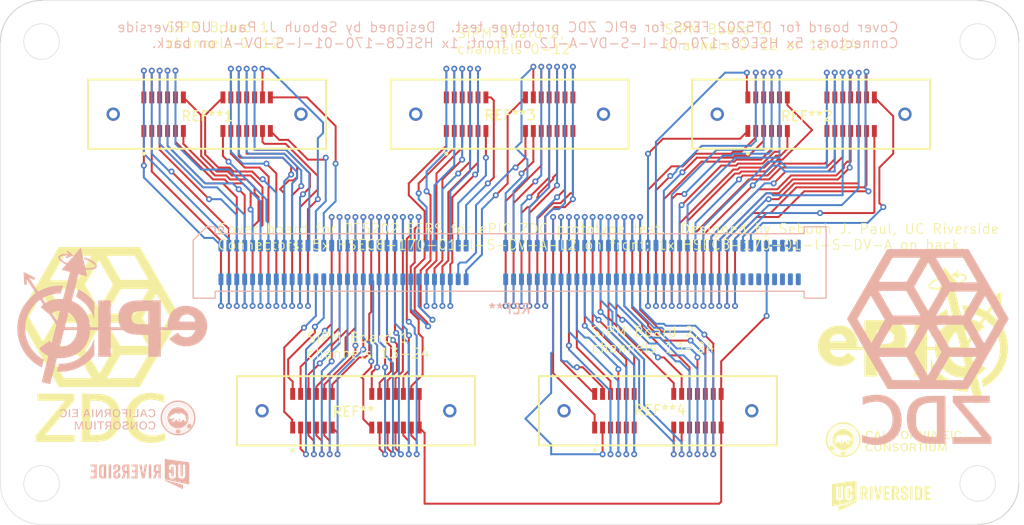
<source format=kicad_pcb>
(kicad_pcb (version 20240108) (generator "pcbnew") (generator_version "8.0")
  (layers (0 "F.Cu" signal) (31 "B.Cu" signal) (34 "B.Paste" user) (35 "F.Paste" user) (36 "B.SilkS" user "B.Silkscreen") (37 "F.SilkS" user "F.Silkscreen") (38 "B.Mask" user) (39 "F.Mask" user) (44 "Edge.Cuts" user))
  (net 0 "")
  (net 1 "A0")
  (net 2 "K0")
  (net 3 "A2")
  (net 4 "K2")
  (net 5 "A1")
  (net 6 "K1")
  (net 7 "K3")
  (net 8 "A3")
  (net 9 "A5")
  (net 10 "K5")
  (net 11 "A4")
  (net 12 "K4")
  (net 13 "A7")
  (net 14 "K7")
  (net 15 "A6")
  (net 16 "K6")
  (net 17 "A8")
  (net 18 "A9")
  (net 19 "A10")
  (net 20 "A11")
  (net 21 "K12")
  (net 22 "K11")
  (net 23 "K10")
  (net 24 "K9")
  (net 25 "K8")
  (net 26 "A12")
  (net 27 "A13")
  (net 28 "K13")
  (net 29 "K15")
  (net 30 "A15")
  (net 31 "A17")
  (net 32 "K17")
  (net 33 "A19")
  (net 34 "K19")
  (net 35 "A21")
  (net 36 "K21")
  (net 37 "A23")
  (net 38 "K23")
  (net 39 "A25")
  (net 40 "K25")
  (net 41 "A27")
  (net 42 "K27")
  (net 43 "A29")
  (net 44 "K29")
  (net 45 "A31")
  (net 46 "K31")
  (net 47 "A14")
  (net 48 "K14")
  (net 49 "A16")
  (net 50 "K16")
  (net 51 "A18")
  (net 52 "K18")
  (net 53 "A20")
  (net 54 "K20")
  (net 55 "A22")
  (net 56 "K22")
  (net 57 "A24")
  (net 58 "K24")
  (net 59 "A26")
  (net 60 "K26")
  (net 61 "A28")
  (net 62 "K28")
  (net 63 "A30")
  (net 64 "K30")
  (net 65 "GND")
  (net 66 "K32")
  (net 67 "K33")
  (net 68 "K34")
  (net 69 "K35")
  (net 70 "K36")
  (net 71 "K37")
  (net 72 "A32")
  (net 73 "A33")
  (net 74 "A34")
  (net 75 "A35")
  (net 76 "A36")
  (net 77 "A37")
  (net 78 "A38")
  (net 79 "K38")
  (net 80 "A39")
  (net 81 "K39")
  (net 82 "A41")
  (net 83 "A43")
  (net 84 "K41")
  (net 85 "A45")
  (net 86 "K43")
  (net 87 "K45")
  (net 88 "A47")
  (net 89 "K47")
  (net 90 "A49")
  (net 91 "K49")
  (net 92 "A40")
  (net 93 "K40")
  (net 94 "A42")
  (net 95 "K42")
  (net 96 "A44")
  (net 97 "K44")
  (net 98 "A46")
  (net 99 "K46")
  (net 100 "A48")
  (net 101 "K48")
  (net 102 "K50")
  (net 103 "K52")
  (net 104 "A51")
  (net 105 "A52")
  (net 106 "A53")
  (net 107 "A54")
  (net 108 "A55")
  (net 109 "A56")
  (net 110 "K51")
  (net 111 "K53")
  (net 112 "K54")
  (net 113 "K55")
  (net 114 "K56")
  (net 115 "A50")
  (net 116 "K58")
  (net 117 "K57")
  (net 118 "K59")
  (net 119 "K60")
  (net 120 "K61")
  (net 121 "K62")
  (net 122 "A62")
  (net 123 "A61")
  (net 124 "A60")
  (net 125 "A59")
  (net 126 "A58")
  (net 127 "A57")
  (footprint "Connector_Samtec_HSEC8:SAMTEC_HSEC8-113-01-X-DV-A-L2" (layer "F.Cu") (at 115 115)
    (property "Reference" "REF**4")
    (property "Value" "SAMTEC_HSEC8-113-01-X-DV-A-L2")
  )
  (footprint "LOGO" (layer "F.Cu") (at 140.8 107.4)
    (property "Reference" "G***" (hide yes))
    (property "Value" "LOGO" (hide yes))
  )
  (footprint "Connector_Samtec_HSEC8:SAMTEC_HSEC8-113-01-X-DV-A-L2" (layer "F.Cu") (at 84.455 115)
    (property "Reference" "REF**")
    (property "Value" "SAMTEC_HSEC8-113-01-X-DV-A-L2")
  )
  (footprint "Connector_Samtec_HSEC8:SAMTEC_HSEC8-113-01-X-DV-A-L2" (layer "F.Cu") (at 130.495 85)
    (property "Reference" "REF**2")
    (property "Value" "SAMTEC_HSEC8-113-01-X-DV-A-L2")
  )
  (footprint "Connector_Samtec_HSEC8:SAMTEC_HSEC8-113-01-X-DV-A-L2" (layer "F.Cu") (at 69.4 85)
    (property "Reference" "REF**1")
    (property "Value" "SAMTEC_HSEC8-113-01-X-DV-A-L2")
  )
  (footprint "Logos:UCR_Logo_1cm" (layer "F.Cu") (at 137.727266 123.154958)
    (property "Reference" "G***" (hide yes))
    (property "Value" "LOGO" (hide yes))
  )
  (footprint "Logos:ZDC_logo_20x20mm" (layer "F.Cu") (at 58.2 108.4)
    (property "Reference" "G***" (hide yes))
    (property "Value" "LOGO" (hide yes))
  )
  (footprint "Connector_Samtec_HSEC8:SAMTEC_HSEC8-113-01-X-DV-A-L2" (layer "F.Cu") (at 100 85)
    (property "Reference" "REF**3")
    (property "Value" "SAMTEC_HSEC8-113-01-X-DV-A-L2")
  )
  (footprint "Logos:Consortium_logo_1pt4cm" (layer "F.Cu") (at 138.8 118)
    (property "Reference" "G***" (hide yes))
    (property "Value" "LOGO" (hide yes))
  )
  (footprint "Logos:Consortium_logo_1pt4cm" (layer "B.Cu") (at 61.400001 115.8 180)
    (property "Reference" "G***" (hide yes))
    (property "Value" "LOGO" (hide yes))
  )
  (footprint "Logos:ZDC_logo_20x20mm" (layer "B.Cu") (at 142.6 108.6 180)
    (property "Reference" "G***" (hide yes))
    (property "Value" "LOGO" (hide yes))
  )
  (footprint "Connector_Samtec_HSEC8:Samtec_HSEC8-170-01-X-DV-A_2x70_P0.8mm_Pol32_Socket_AlignmentPins" (layer "B.Cu") (at 100 100)
    (property "Reference" "REF**")
    (property "Value" "Samtec_HSEC8-170-01-X-DV-A_2x70_P0.8mm_Pol32_Socket_AlignmentPins")
  )
  (footprint "LOGO" (layer "B.Cu") (at 59.8 105.4 180)
    (property "Reference" "G***" (hide yes))
    (property "Value" "LOGO" (hide yes))
  )
  (footprint "Logos:UCR_Logo_1cm" (layer "B.Cu") (at 62.472735 120.954958 180)
    (property "Reference" "G***" (hide yes))
    (property "Value" "LOGO" (hide yes))
  )
  (gr_arc (start 147.35 73.5) (mid 150.284493 74.715507) (end 151.5 77.65) (stroke (width 0.1)) (layer "Edge.Cuts"))
  (gr_line (start 151.5 77.65) (end 151.5 122.35) (stroke (width 0.05)) (layer "Edge.Cuts"))
  (gr_arc (start 48.5 77.65) (mid 49.715507 74.715507) (end 52.65 73.5) (stroke (width 0.1)) (layer "Edge.Cuts"))
  (gr_line (start 52.65 126.5) (end 147.35 126.5) (stroke (width 0.05)) (layer "Edge.Cuts"))
  (gr_line (start 52.65 73.5) (end 147.35 73.5) (stroke (width 0.05)) (layer "Edge.Cuts"))
  (gr_line (start 48.5 77.65) (end 48.5 122.35) (stroke (width 0.05)) (layer "Edge.Cuts"))
  (gr_circle (center 52.65 122.35) (end 54.45 122.35) (stroke (width 0.05)) (fill none) (layer "Edge.Cuts"))
  (gr_circle (center 147.35 122.35) (end 149.15 122.35) (stroke (width 0.05)) (fill none) (layer "Edge.Cuts"))
  (gr_circle (center 147.35 77.65) (end 149.15 77.65) (stroke (width 0.05)) (fill none) (layer "Edge.Cuts"))
  (gr_arc (start 52.65 126.5) (mid 49.715507 125.284493) (end 48.5 122.35) (stroke (width 0.05)) (layer "Edge.Cuts"))
  (gr_arc (start 151.5 122.35) (mid 150.284493 125.284493) (end 147.35 126.5) (stroke (width 0.1)) (layer "Edge.Cuts"))
  (gr_circle (center 52.65 77.65) (end 54.45 77.65) (stroke (width 0.05)) (fill none) (layer "Edge.Cuts"))
  (gr_text "Cover board for DT5202 FERS for ePIC ZDC prototype test.  Designed by Sebouh J. Paul, UC Riverside\nConnectors: 5x HSEC8-170-01-l-S-DV-A-L2 on front; 1x HSEC8-170-01-l-S-DV-A on back.  " (at 139.4 78.4 -0) (layer "B.SilkS") (effects (font (size 1 1) (thickness 0.1)) (justify left bottom mirror)))
  (gr_text "SiPM Board 2,\nchannels 0-12" (at 94.6 79 0) (layer "F.SilkS") (effects (font (size 1 1) (thickness 0.1)) (justify left bottom)))
  (gr_text "SiPM Board 1 \nchannels 0-12" (at 65.2 78.4 0) (layer "F.SilkS") (effects (font (size 1 1) (thickness 0.1)) (justify left bottom)))
  (gr_text "SiPM Board 1\nchannels 13-24" (at 79.4 109.8 0) (layer "F.SilkS") (effects (font (size 1 1) (thickness 0.1)) (justify left bottom)))
  (gr_text "Cover board for DT5202 FERS for ePIC ZDC prototype test.  Designed by Sebouh J. Paul, UC Riverside\nConnectors: 5x HSEC8-170-01-l-S-DV-A-L2 on front; 1x HSEC8-170-01-l-S-DV-A on back.  " (at 70.4 98.8 0) (layer "F.SilkS") (effects (font (size 1 1) (thickness 0.1)) (justify left bottom)))
  (gr_text "SiPM Board 2, \nchannels 13-24" (at 108.2 109.2 0) (layer "F.SilkS") (effects (font (size 1 1) (thickness 0.1)) (justify left bottom)))
  (gr_text "SiPM Board 3, \nchannels 0-12 or 13-24" (at 115.6 78.6 0) (layer "F.SilkS") (effects (font (size 1 1) (thickness 0.1)) (justify left bottom)))
  (segment (start 63 90.2) (end 63 86.7) (width 0.2) (layer "F.Cu") (net 1))
  (via (at 63 90.2) (size 0.6) (drill 0.3) (layers "F.Cu" "B.Cu") (net 1))
  (segment (start 63 90.2) (end 63 91.4) (width 0.2) (layer "B.Cu") (net 1))
  (segment (start 69.115 97.515) (end 70.015 97.515) (width 0.2) (layer "B.Cu") (net 1))
  (segment (start 70.015 97.515) (end 70.8 98.3) (width 0.2) (layer "B.Cu") (net 1))
  (segment (start 63 91.4) (end 69.115 97.515) (width 0.2) (layer "B.Cu") (net 1))
  (segment (start 63 83.3) (end 63 80.6) (width 0.2) (layer "F.Cu") (net 2))
  (via (at 63 80.6) (size 0.6) (drill 0.3) (layers "F.Cu" "B.Cu") (net 2))
  (segment (start 63 80.6) (end 63 89) (width 0.2) (layer "B.Cu") (net 2))
  (segment (start 71.6 97.6) (end 71.6 98.3) (width 0.2) (layer "B.Cu") (net 2))
  (segment (start 63 89) (end 71.6 97.6) (width 0.2) (layer "B.Cu") (net 2))
  (segment (start 64.6 88.6) (end 64.6 86.7) (width 0.2) (layer "F.Cu") (net 3))
  (segment (start 69.6 93.6) (end 64.6 88.6) (width 0.2) (layer "F.Cu") (net 3))
  (via (at 69.6 93.6) (size 0.6) (drill 0.3) (layers "F.Cu" "B.Cu") (net 3))
  (segment (start 69.6 93.6) (end 70.8 93.6) (width 0.2) (layer "B.Cu") (net 3))
  (segment (start 70.8 93.6) (end 72.4 95.2) (width 0.2) (layer "B.Cu") (net 3))
  (segment (start 72.4 95.2) (end 72.4 98.3) (width 0.2) (layer "B.Cu") (net 3))
  (segment (start 64.6 80.6) (end 64.6 83.3) (width 0.2) (layer "F.Cu") (net 4))
  (via (at 64.6 80.6) (size 0.6) (drill 0.3) (layers "F.Cu" "B.Cu") (net 4))
  (segment (start 73.2 95.2) (end 73.2 98.3) (width 0.2) (layer "B.Cu") (net 4))
  (segment (start 69 92.4) (end 70.4 92.4) (width 0.2) (layer "B.Cu") (net 4))
  (segment (start 64.6 88) (end 69 92.4) (width 0.2) (layer "B.Cu") (net 4))
  (segment (start 64.6 80.6) (end 64.6 88) (width 0.2) (layer "B.Cu") (net 4))
  (segment (start 70.4 92.4) (end 73.2 95.2) (width 0.2) (layer "B.Cu") (net 4))
  (segment (start 63.8 90.8) (end 70.8 97.8) (width 0.2) (layer "F.Cu") (net 5))
  (segment (start 63.8 86.7) (end 63.8 90.8) (width 0.2) (layer "F.Cu") (net 5))
  (segment (start 70.8 97.8) (end 70.8 104.4) (width 0.2) (layer "F.Cu") (net 5))
  (via (at 70.8 104.4) (size 0.6) (drill 0.3) (layers "F.Cu" "B.Cu") (net 5))
  (segment (start 70.8 104.4) (end 70.8 101.7) (width 0.2) (layer "B.Cu") (net 5))
  (segment (start 63.8 80.6) (end 63.8 83.3) (width 0.2) (layer "F.Cu") (net 6))
  (segment (start 65.8 90.8) (end 71.6 96.6) (width 0.2) (layer "F.Cu") (net 6))
  (segment (start 71.6 96.6) (end 71.6 104.4) (width 0.2) (layer "F.Cu") (net 6))
  (via (at 71.6 104.4) (size 0.6) (drill 0.3) (layers "F.Cu" "B.Cu") (net 6))
  (via (at 65.8 90.8) (size 0.6) (drill 0.3) (layers "F.Cu" "B.Cu") (net 6))
  (via (at 63.8 80.6) (size 0.6) (drill 0.3) (layers "F.Cu" "B.Cu") (net 6))
  (segment (start 71.6 104.4) (end 71.6 101.7) (width 0.2) (layer "B.Cu") (net 6))
  (segment (start 65.8 90.8) (end 65.6 90.8) (width 0.2) (layer "B.Cu") (net 6))
  (segment (start 63.8 89) (end 63.8 80.6) (width 0.2) (layer "B.Cu") (net 6))
  (segment (start 65.6 90.8) (end 63.8 89) (width 0.2) (layer "B.Cu") (net 6))
  (segment (start 73.2 104.4) (end 73.2 93.2) (width 0.2) (layer "F.Cu") (net 7))
  (segment (start 73.2 93.2) (end 72.6 92.6) (width 0.2) (layer "F.Cu") (net 7))
  (segment (start 65.4 80.6) (end 65.4 83.3) (width 0.2) (layer "F.Cu") (net 7))
  (via (at 73.2 104.4) (size 0.6) (drill 0.3) (layers "F.Cu" "B.Cu") (net 7))
  (via (at 65.4 80.6) (size 0.6) (drill 0.3) (layers "F.Cu" "B.Cu") (net 7))
  (via (at 72.6 92.6) (size 0.6) (drill 0.3) (layers "F.Cu" "B.Cu") (net 7))
  (segment (start 72 92) (end 72.6 92.6) (width 0.2) (layer "B.Cu") (net 7))
  (segment (start 73.2 101.7) (end 73.2 104.4) (width 0.2) (layer "B.Cu") (net 7))
  (segment (start 65.4 88.2) (end 69.2 92) (width 0.2) (layer "B.Cu") (net 7))
  (segment (start 65.4 80.6) (end 65.4 88.2) (width 0.2) (layer "B.Cu") (net 7))
  (segment (start 69.2 92) (end 72 92) (width 0.2) (layer "B.Cu") (net 7))
  (segment (start 69.2 92) (end 65.4 88.2) (width 0.2) (layer "F.Cu") (net 8))
  (segment (start 71 92) (end 69.2 92) (width 0.2) (layer "F.Cu") (net 8))
  (segment (start 72.4 93.4) (end 71 92) (width 0.2) (layer "F.Cu") (net 8))
  (segment (start 72.4 104.4) (end 72.4 93.4) (width 0.2) (layer "F.Cu") (net 8))
  (segment (start 65.4 88.2) (end 65.4 86.7) (width 0.2) (layer "F.Cu") (net 8))
  (via (at 72.4 104.4) (size 0.6) (drill 0.3) (layers "F.Cu" "B.Cu") (net 8))
  (segment (start 72.4 101.7) (end 72.4 104.4) (width 0.2) (layer "B.Cu") (net 8))
  (segment (start 74.2 92.4) (end 73.4 91.6) (width 0.2) (layer "F.Cu") (net 9))
  (segment (start 74.6 93.4) (end 74.2 93) (width 0.2) (layer "F.Cu") (net 9))
  (segment (start 67 88) (end 67 86.7) (width 0.2) (layer "F.Cu") (net 9))
  (segment (start 73.4 91.6) (end 71.731372 91.6) (width 0.2) (layer "F.Cu") (net 9))
  (segment (start 71.331372 91.2) (end 70.2 91.2) (width 0.2) (layer "F.Cu") (net 9))
  (segment (start 74.6 95.8) (end 74.6 93.4) (width 0.2) (layer "F.Cu") (net 9))
  (segment (start 74.2 93) (end 74.2 92.4) (width 0.2) (layer "F.Cu") (net 9))
  (segment (start 70.2 91.2) (end 67 88) (width 0.2) (layer "F.Cu") (net 9))
  (segment (start 71.731372 91.6) (end 71.331372 91.2) (width 0.2) (layer "F.Cu") (net 9))
  (segment (start 74 104.4) (end 74 96.4) (width 0.2) (layer "F.Cu") (net 9))
  (segment (start 74 96.4) (end 74.6 95.8) (width 0.2) (layer "F.Cu") (net 9))
  (via (at 74 104.4) (size 0.6) (drill 0.3) (layers "F.Cu" "B.Cu") (net 9))
  (segment (start 74 101.7) (end 74 104.4) (width 0.2) (layer "B.Cu") (net 9))
  (segment (start 70.365686 90.8) (end 68.8 89.234314) (width 0.2) (layer "F.Cu") (net 10))
  (segment (start 71.497058 90.8) (end 70.365686 90.8) (width 0.2) (layer "F.Cu") (net 10))
  (segment (start 73.8 91.2) (end 71.897058 91.2) (width 0.2) (layer "F.Cu") (net 10))
  (segment (start 68.8 89.234314) (end 68.8 85.1) (width 0.2) (layer "F.Cu") (net 10))
  (segment (start 74.8 96.4) (end 75 96.2) (width 0.2) (layer "F.Cu") (net 10))
  (segment (start 75 92.4) (end 73.8 91.2) (width 0.2) (layer "F.Cu") (net 10))
  (segment (start 74.8 104.4) (end 74.8 96.4) (width 0.2) (layer "F.Cu") (net 10))
  (segment (start 75 96.2) (end 75 92.4) (width 0.2) (layer "F.Cu") (net 10))
  (segment (start 71.897058 91.2) (end 71.497058 90.8) (width 0.2) (layer "F.Cu") (net 10))
  (segment (start 68.8 85.1) (end 67 83.3) (width 0.2) (layer "F.Cu") (net 10))
  (via (at 74.8 104.4) (size 0.6) (drill 0.3) (layers "F.Cu" "B.Cu") (net 10))
  (segment (start 74.8 101.7) (end 74.8 104.4) (width 0.2) (layer "B.Cu") (net 10))
  (segment (start 73 92) (end 71.565686 92) (width 0.2) (layer "F.Cu") (net 11))
  (segment (start 71.165686 91.6) (end 70 91.6) (width 0.2) (layer "F.Cu") (net 11))
  (segment (start 70 91.6) (end 66.2 87.8) (width 0.2) (layer "F.Cu") (net 11))
  (segment (start 71.565686 92) (end 71.165686 91.6) (width 0.2) (layer "F.Cu") (net 11))
  (segment (start 66.2 87.8) (end 66.2 86.7) (width 0.2) (layer "F.Cu") (net 11))
  (segment (start 73.8 94.65) (end 73.8 92.8) (width 0.2) (layer "F.Cu") (net 11))
  (segment (start 73.8 92.8) (end 73 92) (width 0.2) (layer "F.Cu") (net 11))
  (via (at 73.8 94.65) (size 0.6) (drill 0.3) (layers "F.Cu" "B.Cu") (net 11))
  (segment (start 74 94.85) (end 74 98.3) (width 0.2) (layer "B.Cu") (net 11))
  (segment (start 73.8 94.65) (end 74 94.85) (width 0.2) (layer "B.Cu") (net 11))
  (segment (start 66.2 80.6) (end 66.2 83.3) (width 0.2) (layer "F.Cu") (net 12))
  (via (at 66.2 80.6) (size 0.6) (drill 0.3) (layers "F.Cu" "B.Cu") (net 12))
  (segment (start 66.2 88) (end 68.8 90.6) (width 0.2) (layer "B.Cu") (net 12))
  (segment (start 66.2 80.6) (end 66.2 88) (width 0.2) (layer "B.Cu") (net 12))
  (segment (start 68.8 90.6) (end 71.6 90.6) (width 0.2) (layer "B.Cu") (net 12))
  (segment (start 71.6 90.6) (end 74.8 93.8) (width 0.2) (layer "B.Cu") (net 12))
  (segment (start 74.8 93.8) (end 74.8 98.3) (width 0.2) (layer "B.Cu") (net 12))
  (segment (start 74.697059 90.4) (end 73.2 90.4) (width 0.2) (layer "F.Cu") (net 13))
  (segment (start 75.6 104.4) (end 75.6 92.5) (width 0.2) (layer "F.Cu") (net 13))
  (segment (start 73.2 90.4) (end 71.8 89) (width 0.2) (layer "F.Cu") (net 13))
  (segment (start 75.624265 91.327206) (end 74.697059 90.4) (width 0.2) (layer "F.Cu") (net 13))
  (segment (start 71.8 89) (end 71.8 86.7) (width 0.2) (layer "F.Cu") (net 13))
  (segment (start 75.624265 92.475735) (end 75.624265 91.327206) (width 0.2) (layer "F.Cu") (net 13))
  (segment (start 75.6 92.5) (end 75.624265 92.475735) (width 0.2) (layer "F.Cu") (net 13))
  (via (at 75.6 104.4) (size 0.6) (drill 0.3) (layers "F.Cu" "B.Cu") (net 13))
  (segment (start 75.6 101.7) (end 75.6 104.4) (width 0.2) (layer "B.Cu") (net 13))
  (segment (start 71.8 80.4) (end 71.8 83.3) (width 0.2) (layer "F.Cu") (net 14))
  (segment (start 75.4 90) (end 76.4 91) (width 0.2) (layer "F.Cu") (net 14))
  (segment (start 76.4 91) (end 76.4 104.4) (width 0.2) (layer "F.Cu") (net 14))
  (via (at 71.8 80.4) (size 0.6) (drill 0.3) (layers "F.Cu" "B.Cu") (net 14))
  (via (at 75.4 90) (size 0.6) (drill 0.3) (layers "F.Cu" "B.Cu") (net 14))
  (via (at 76.4 104.4) (size 0.6) (drill 0.3) (layers "F.Cu" "B.Cu") (net 14))
  (segment (start 76.4 101.7) (end 76.4 104.4) (width 0.2) (layer "B.Cu") (net 14))
  (segment (start 75.4 90) (end 73 90) (width 0.2) (layer "B.Cu") (net 14))
  (segment (start 73 90) (end 71.8 88.8) (width 0.2) (layer "B.Cu") (net 14))
  (segment (start 71.8 88.8) (end 71.8 80.4) (width 0.2) (layer "B.Cu") (net 14))
  (segment (start 71 89.230235) (end 71 86.7) (width 0.2) (layer "F.Cu") (net 15))
  (segment (start 71.569765 89.8) (end 71 89.230235) (width 0.2) (layer "F.Cu") (net 15))
  (via (at 71.569765 89.8) (size 0.6) (drill 0.3) (layers "F.Cu" "B.Cu") (net 15))
  (segment (start 75.4 93.630235) (end 75.4 95.8) (width 0.2) (layer "B.Cu") (net 15))
  (segment (start 75.6 96) (end 75.6 98.3) (width 0.2) (layer "B.Cu") (net 15))
  (segment (start 71.569765 89.8) (end 75.4 93.630235) (width 0.2) (layer "B.Cu") (net 15))
  (segment (start 75.4 95.8) (end 75.6 96) (width 0.2) (layer "B.Cu") (net 15))
  (segment (start 73.965686 90.8) (end 72.062744 90.8) (width 0.2) (layer "F.Cu") (net 16))
  (segment (start 72.062744 90.8) (end 71.662744 90.4) (width 0.2) (layer "F.Cu") (net 16))
  (segment (start 70.531372 90.4) (end 69.2 89.068628) (width 0.2) (layer "F.Cu") (net 16))
  (segment (start 74.765686 91.6) (end 73.965686 90.8) (width 0.2) (layer "F.Cu") (net 16))
  (segment (start 69.2 89.068628) (end 69.2 85.1) (width 0.2) (layer "F.Cu") (net 16))
  (segment (start 75 91.6) (end 74.765686 91.6) (width 0.2) (layer "F.Cu") (net 16))
  (segment (start 69.2 85.1) (end 71 83.3) (width 0.2) (layer "F.Cu") (net 16))
  (segment (start 71.662744 90.4) (end 70.531372 90.4) (width 0.2) (layer "F.Cu") (net 16))
  (segment (start 75.024265 91.575735) (end 75 91.6) (width 0.2) (layer "F.Cu") (net 16))
  (via (at 75.024265 91.575735) (size 0.6) (drill 0.3) (layers "F.Cu" "B.Cu") (net 16))
  (segment (start 76.4 92.95147) (end 76.4 98.3) (width 0.2) (layer "B.Cu") (net 16))
  (segment (start 75.024265 91.575735) (end 76.4 92.95147) (width 0.2) (layer "B.Cu") (net 16))
  (segment (start 77.048529 89.4) (end 77.9 90.251471) (width 0.2) (layer "F.Cu") (net 17))
  (segment (start 72.6 86.7) (end 72.6 89.234314) (width 0.2) (layer "F.Cu") (net 17))
  (segment (start 77.9 90.251471) (end 77.9 91.1) (width 0.2) (layer "F.Cu") (net 17))
  (segment (start 72.765686 89.4) (end 77.048529 89.4) (width 0.2) (layer "F.Cu") (net 17))
  (segment (start 72.6 89.234314) (end 72.765686 89.4) (width 0.2) (layer "F.Cu") (net 17))
  (via (at 77.9 91.1) (size 0.6) (drill 0.3) (layers "F.Cu" "B.Cu") (net 17))
  (segment (start 77.9 91.1) (end 77.2 91.8) (width 0.2) (layer "B.Cu") (net 17))
  (segment (start 77.2 91.8) (end 77.2 98.3) (width 0.2) (layer "B.Cu") (net 17))
  (segment (start 77.2 93) (end 76.8 92.6) (width 0.2) (layer "F.Cu") (net 18))
  (segment (start 76.8 92.6) (end 76.8 92.565686) (width 0.2) (layer "F.Cu") (net 18))
  (segment (start 78.5 90.285785) (end 77.214215 89) (width 0.2) (layer "F.Cu") (net 18))
  (segment (start 78.148529 91.7) (end 78.5 91.348529) (width 0.2) (layer "F.Cu") (net 18))
  (segment (start 76.8 92.565686) (end 77.665686 91.7) (width 0.2) (layer "F.Cu") (net 18))
  (segment (start 77.2 104.4) (end 77.2 93) (width 0.2) (layer "F.Cu") (net 18))
  (segment (start 78.5 91.348529) (end 78.5 90.285785) (width 0.2) (layer "F.Cu") (net 18))
  (segment (start 77.665686 91.7) (end 78.148529 91.7) (width 0.2) (layer "F.Cu") (net 18))
  (segment (start 77.214215 89) (end 73.4 89) (width 0.2) (layer "F.Cu") (net 18))
  (segment (start 73.4 89) (end 73.4 86.7) (width 0.2) (layer "F.Cu") (net 18))
  (via (at 77.2 104.4) (size 0.6) (drill 0.3) (layers "F.Cu" "B.Cu") (net 18))
  (segment (start 77.2 101.7) (end 77.2 104.4) (width 0.2) (layer "B.Cu") (net 18))
  (segment (start 79.8 91.020099) (end 79.8 92.4) (width 0.2) (layer "F.Cu") (net 19))
  (segment (start 77.379901 88.6) (end 79.8 91.020099) (width 0.2) (layer "F.Cu") (net 19))
  (segment (start 74.2 88.4) (end 74.4 88.6) (width 0.2) (layer "F.Cu") (net 19))
  (segment (start 79.8 92.4) (end 79.1 93.1) (width 0.2) (layer "F.Cu") (net 19))
  (segment (start 74.2 86.7) (end 74.2 88.4) (width 0.2) (layer "F.Cu") (net 19))
  (segment (start 74.4 88.6) (end 77.379901 88.6) (width 0.2) (layer "F.Cu") (net 19))
  (via (at 79.1 93.1) (size 0.6) (drill 0.3) (layers "F.Cu" "B.Cu") (net 19))
  (segment (start 79.1 93.1) (end 78.8 93.4) (width 0.2) (layer "B.Cu") (net 19))
  (segment (start 78.8 93.4) (end 78.8 98.3) (width 0.2) (layer "B.Cu") (net 19))
  (segment (start 80.6 92.6) (end 80.6 91.4) (width 0.2) (layer "F.Cu") (net 20))
  (segment (start 80.6 91.254413) (end 80.6 91.4) (width 0.2) (layer "F.Cu") (net 20))
  (segment (start 77.345587 88) (end 80.6 91.254413) (width 0.2) (layer "F.Cu") (net 20))
  (segment (start 75 87.8) (end 75.2 88) (width 0.2) (layer "F.Cu") (net 20))
  (segment (start 78.8 94.4) (end 80.6 92.6) (width 0.2) (layer "F.Cu") (net 20))
  (segment (start 75 86.7) (end 75 87.8) (width 0.2) (layer "F.Cu") (net 20))
  (segment (start 75.2 88) (end 77.345587 88) (width 0.2) (layer "F.Cu") (net 20))
  (segment (start 78.8 104.4) (end 78.8 94.4) (width 0.2) (layer "F.Cu") (net 20))
  (via (at 78.8 104.4) (size 0.6) (drill 0.3) (layers "F.Cu" "B.Cu") (net 20))
  (segment (start 78.8 101.7) (end 78.8 104.4) (width 0.2) (layer "B.Cu") (net 20))
  (segment (start 82.4 90) (end 82.4 86.2) (width 0.2) (layer "F.Cu") (net 21))
  (segment (start 82.4 86.2) (end 79.5 83.3) (width 0.2) (layer "F.Cu") (net 21))
  (segment (start 79.5 83.3) (end 75.8 83.3) (width 0.2) (layer "F.Cu") (net 21))
  (via (at 82.4 90) (size 0.6) (drill 0.3) (layers "F.Cu" "B.Cu") (net 21))
  (segment (start 81.2 95) (end 82.4 93.8) (width 0.2) (layer "B.Cu") (net 21))
  (segment (start 82.4 93.8) (end 82.4 90) (width 0.2) (layer "B.Cu") (net 21))
  (segment (start 81.2 98.3) (end 81.2 95) (width 0.2) (layer "B.Cu") (net 21))
  (segment (start 79.6 104.4) (end 79.6 94.6) (width 0.2) (layer "F.Cu") (net 22))
  (segment (start 79.6 94.6) (end 80.6 93.6) (width 0.2) (layer "F.Cu") (net 22))
  (segment (start 75 80.4) (end 75 83.3) (width 0.2) (layer "F.Cu") (net 22))
  (via (at 75 80.4) (size 0.6) (drill 0.3) (layers "F.Cu" "B.Cu") (net 22))
  (via (at 79.6 104.4) (size 0.6) (drill 0.3) (layers "F.Cu" "B.Cu") (net 22))
  (via (at 80.6 93.6) (size 0.6) (drill 0.3) (layers "F.Cu" "B.Cu") (net 22))
  (segment (start 75 80.4) (end 75.672445 80.4) (width 0.2) (layer "B.Cu") (net 22))
  (segment (start 75.672445 80.4) (end 81.13 85.857555) (width 0.2) (layer "B.Cu") (net 22))
  (segment (start 81.13 86.908) (end 80.6 87.438) (width 0.2) (layer "B.Cu") (net 22))
  (segment (start 80.6 87.438) (end 80.6 93.6) (width 0.2) (layer "B.Cu") (net 22))
  (segment (start 79.6 101.7) (end 79.6 104.4) (width 0.2) (layer "B.Cu") (net 22))
  (segment (start 81.13 85.857555) (end 81.13 86.908) (width 0.2) (layer "B.Cu") (net 22))
  (segment (start 74.2 80.4) (end 74.2 83.3) (width 0.2) (layer "F.Cu") (net 23))
  (via (at 74.2 80.4) (size 0.6) (drill 0.3) (layers "F.Cu" "B.Cu") (net 23))
  (segment (start 79.737 90.957099) (end 79.737 98.163) (width 0.2) (layer "B.Cu") (net 23))
  (segment (start 77.379901 88.6) (end 79.737 90.957099) (width 0.2) (layer "B.Cu") (net 23))
  (segment (start 74.2 80.4) (end 74.2 88.6) (width 0.2) (layer "B.Cu") (net 23))
  (segment (start 74.2 88.6) (end 77.379901 88.6) (width 0.2) (layer "B.Cu") (net 23))
  (segment (start 79.737 98.163) (end 79.6 98.3) (width 0.2) (layer "B.Cu") (net 23))
  (segment (start 78.925 92.275) (end 78 93.2) (width 0.2) (layer "F.Cu") (net 24))
  (segment (start 73.4 80.4) (end 73.4 83.3) (width 0.2) (layer "F.Cu") (net 24))
  (segment (start 78 93.2) (end 78 104.4) (width 0.2) (layer "F.Cu") (net 24))
  (via (at 78.925 92.275) (size 0.6) (drill 0.3) (layers "F.Cu" "B.Cu") (net 24))
  (via (at 73.4 80.4) (size 0.6) (drill 0.3) (layers "F.Cu" "B.Cu") (net 24))
  (via (at 78 104.4) (size 0.6) (drill 0.3) (layers "F.Cu" "B.Cu") (net 24))
  (segment (start 77.214215 89) (end 78.925 90.710785) (width 0.2) (layer "B.Cu") (net 24))
  (segment (start 78 101.7) (end 78 104.4) (width 0.2) (layer "B.Cu") (net 24))
  (segment (start 73.4 88.8) (end 73.6 89) (width 0.2) (layer "B.Cu") (net 24))
  (segment (start 73.6 89) (end 77.214215 89) (width 0.2) (layer "B.Cu") (net 24))
  (segment (start 73.4 80.4) (end 73.4 88.8) (width 0.2) (layer "B.Cu") (net 24))
  (segment (start 78.925 90.710785) (end 78.925 92.275) (width 0.2) (layer "B.Cu") (net 24))
  (segment (start 72.6 80.4) (end 72.6 83.3) (width 0.2) (layer "F.Cu") (net 25))
  (via (at 72.6 80.4) (size 0.6) (drill 0.3) (layers "F.Cu" "B.Cu") (net 25))
  (segment (start 72.6 80.4) (end 72.6 89.034314) (width 0.2) (layer "B.Cu") (net 25))
  (segment (start 78.5 90.851471) (end 78.5 91.5) (width 0.2) (layer "B.Cu") (net 25))
  (segment (start 78 92) (end 78 98.3) (width 0.2) (layer "B.Cu") (net 25))
  (segment (start 78.5 91.5) (end 78 92) (width 0.2) (layer "B.Cu") (net 25))
  (segment (start 77.048529 89.4) (end 78.5 90.851471) (width 0.2) (layer "B.Cu") (net 25))
  (segment (start 72.965686 89.4) (end 77.048529 89.4) (width 0.2) (layer "B.Cu") (net 25))
  (segment (start 72.6 89.034314) (end 72.965686 89.4) (width 0.2) (layer "B.Cu") (net 25))
  (segment (start 76.7 87.6) (end 75.8 86.7) (width 0.2) (layer "F.Cu") (net 26))
  (segment (start 81.2 89.6) (end 79.6 89.6) (width 0.2) (layer "F.Cu") (net 26))
  (segment (start 79.6 89.6) (end 77.6 87.6) (width 0.2) (layer "F.Cu") (net 26))
  (segment (start 81.4 89.4) (end 81.2 89.6) (width 0.2) (layer "F.Cu") (net 26))
  (segment (start 77.6 87.6) (end 76.7 87.6) (width 0.2) (layer "F.Cu") (net 26))
  (via (at 81.4 89.4) (size 0.6) (drill 0.3) (layers "F.Cu" "B.Cu") (net 26))
  (segment (start 80.4 94.8) (end 81.4 93.8) (width 0.2) (layer "B.Cu") (net 26))
  (segment (start 80.4 98.3) (end 80.4 94.8) (width 0.2) (layer "B.Cu") (net 26))
  (segment (start 81.4 93.8) (end 81.4 89.4) (width 0.2) (layer "B.Cu") (net 26))
  (segment (start 77.2 115.1) (end 78 115.9) (width 0.2) (layer "F.Cu") (net 27))
  (segment (start 79.2 106.6) (end 77.2 108.6) (width 0.2) (layer "F.Cu") (net 27))
  (segment (start 78 115.9) (end 78 117.2) (width 0.2) (layer "F.Cu") (net 27))
  (segment (start 77.2 108.6) (end 77.2 115.1) (width 0.2) (layer "F.Cu") (net 27))
  (via (at 79.2 106.6) (size 0.6) (drill 0.3) (layers "F.Cu" "B.Cu") (net 27))
  (segment (start 80.4 105.4) (end 79.2 106.6) (width 0.2) (layer "B.Cu") (net 27))
  (segment (start 80.4 101.7) (end 80.4 105.4) (width 0.2) (layer "B.Cu") (net 27))
  (segment (start 78.055 112.055) (end 78.055 113.3) (width 0.2) (layer "F.Cu") (net 28))
  (segment (start 77.6 111.6) (end 78.055 112.055) (width 0.2) (layer "F.Cu") (net 28))
  (segment (start 80.3 107.1) (end 77.6 109.8) (width 0.2) (layer "F.Cu") (net 28))
  (segment (start 77.6 109.8) (end 77.6 111.6) (width 0.2) (layer "F.Cu") (net 28))
  (segment (start 80.3 106.5) (end 80.3 107.1) (width 0.2) (layer "F.Cu") (net 28))
  (via (at 80.3 106.5) (size 0.6) (drill 0.3) (layers "F.Cu" "B.Cu") (net 28))
  (segment (start 81.2 105.6) (end 81.2 101.7) (width 0.2) (layer "B.Cu") (net 28))
  (segment (start 80.3 106.5) (end 81.2 105.6) (width 0.2) (layer "B.Cu") (net 28))
  (segment (start 80.8 110.2) (end 79.655 111.345) (width 0.2) (layer "F.Cu") (net 29))
  (segment (start 79.655 111.345) (end 79.655 113.3) (width 0.2) (layer "F.Cu") (net 29))
  (via (at 80.8 110.2) (size 0.6) (drill 0.3) (layers "F.Cu" "B.Cu") (net 29))
  (segment (start 80.8 110.2) (end 82.8 108.2) (width 0.2) (layer "B.Cu") (net 29))
  (segment (start 82.8 108.2) (end 82.8 101.7) (width 0.2) (layer "B.Cu") (net 29))
  (segment (start 79.655 117.5) (end 79.655 116.7) (width 0.2) (layer "F.Cu") (net 30))
  (segment (start 80.2 118.045) (end 79.655 117.5) (width 0.2) (layer "F.Cu") (net 30))
  (segment (start 80.2 119.4) (end 80.2 118.045) (width 0.2) (layer "F.Cu") (net 30))
  (via (at 80.2 119.4) (size 0.6) (drill 0.3) (layers "F.Cu" "B.Cu") (net 30))
  (segment (start 82 108.1) (end 82 101.7) (width 0.2) (layer "B.Cu") (net 30))
  (segment (start 80.2 119.4) (end 80.2 109.9) (width 0.2) (layer "B.Cu") (net 30))
  (segment (start 80.2 109.9) (end 82 108.1) (width 0.2) (layer "B.Cu") (net 30))
  (segment (start 81.255 116.7) (end 81.255 117.5) (width 0.2) (layer "F.Cu") (net 31))
  (segment (start 81.255 117.5) (end 81.8 118.045) (width 0.2) (layer "F.Cu") (net 31))
  (segment (start 81.8 118.045) (end 81.8 119.4) (width 0.2) (layer "F.Cu") (net 31))
  (via (at 81.8 119.4) (size 0.6) (drill 0.3) (layers "F.Cu" "B.Cu") (net 31))
  (segment (start 83.6 109.4) (end 81.8 111.2) (width 0.2) (layer "B.Cu") (net 31))
  (segment (start 83.6 101.7) (end 83.6 109.4) (width 0.2) (layer "B.Cu") (net 31))
  (segment (start 81.8 111.2) (end 81.8 119.4) (width 0.2) (layer "B.Cu") (net 31))
  (segment (start 81.255 112.345) (end 81.255 113.3) (width 0.2) (layer "F.Cu") (net 32))
  (segment (start 84.4 108.4) (end 84.4 109.2) (width 0.2) (layer "F.Cu") (net 32))
  (segment (start 84.4 109.2) (end 81.255 112.345) (width 0.2) (layer "F.Cu") (net 32))
  (via (at 84.4 108.4) (size 0.6) (drill 0.3) (layers "F.Cu" "B.Cu") (net 32))
  (segment (start 84.4 101.7) (end 84.4 108.4) (width 0.2) (layer "B.Cu") (net 32))
  (segment (start 85.2 115.845) (end 86.055 116.7) (width 0.2) (layer "F.Cu") (net 33))
  (segment (start 86 110.6) (end 85 111.6) (width 0.2) (layer "F.Cu") (net 33))
  (segment (start 86 110) (end 86 110.6) (width 0.2) (layer "F.Cu") (net 33))
  (segment (start 86 116.6) (end 86.1 116.7) (width 0.2) (layer "F.Cu") (net 33))
  (segment (start 85 111.6) (end 85.2 111.8) (width 0.2) (layer "F.Cu") (net 33))
  (segment (start 85.2 111.8) (end 85.2 115.845) (width 0.2) (layer "F.Cu") (net 33))
  (via (at 86 110) (size 0.6) (drill 0.3) (layers "F.Cu" "B.Cu") (net 33))
  (segment (start 85.2 101.7) (end 85.2 107.6) (width 0.2) (layer "B.Cu") (net 33))
  (segment (start 85.2 107.6) (end 86 108.4) (width 0.2) (layer "B.Cu") (net 33))
  (segment (start 86 108.4) (end 86 110) (width 0.2) (layer "B.Cu") (net 33))
  (segment (start 86.2 111) (end 86.165686 111) (width 0.2) (layer "F.Cu") (net 34))
  (segment (start 86.165686 111) (end 86.055 111.110686) (width 0.2) (layer "F.Cu") (net 34))
  (segment (start 86.6 110.6) (end 86.2 111) (width 0.2) (layer "F.Cu") (net 34))
  (segment (start 86.055 111.110686) (end 86.055 113.3) (width 0.2) (layer "F.Cu") (net 34))
  (via (at 86.6 110.6) (size 0.6) (drill 0.3) (layers "F.Cu" "B.Cu") (net 34))
  (segment (start 86.2 101.9) (end 86.2 107.965685) (width 0.2) (layer "B.Cu") (net 34))
  (segment (start 86.2 107.965685) (end 86.6 108.365685) (width 0.2) (layer "B.Cu") (net 34))
  (segment (start 86.6 108.365685) (end 86.6 110.6) (width 0.2) (layer "B.Cu") (net 34))
  (segment (start 86 101.7) (end 86.2 101.9) (width 0.2) (layer "B.Cu") (net 34))
  (segment (start 88.2 119.351471) (end 88.2 119.4) (width 0.2) (layer "F.Cu") (net 35))
  (segment (start 87.655 116.7) (end 87.655 118.806471) (width 0.2) (layer "F.Cu") (net 35))
  (segment (start 87.655 118.806471) (end 88.2 119.351471) (width 0.2) (layer "F.Cu") (net 35))
  (via (at 88.2 119.4) (size 0.6) (drill 0.3) (layers "F.Cu" "B.Cu") (net 35))
  (segment (start 88.2 110.2) (end 88.2 119.4) (width 0.2) (layer "B.Cu") (net 35))
  (segment (start 87.4 108.6) (end 87.4 109.4) (width 0.2) (layer "B.Cu") (net 35))
  (segment (start 86.8 108) (end 87.4 108.6) (width 0.2) (layer "B.Cu") (net 35))
  (segment (start 87.4 109.4) (end 88.2 110.2) (width 0.2) (layer "B.Cu") (net 35))
  (segment (start 86.8 101.7) (end 86.8 108) (width 0.2) (layer "B.Cu") (net 35))
  (segment (start 88.6 111) (end 87.655 111.945) (width 0.2) (layer "F.Cu") (net 36))
  (segment (start 88.6 108.251473) (end 88.6 111) (width 0.2) (layer "F.Cu") (net 36))
  (segment (start 87.655 111.945) (end 87.655 113.3) (width 0.2) (layer "F.Cu") (net 36))
  (segment (start 88.2 107.851473) (end 88.6 108.251473) (width 0.2) (layer "F.Cu") (net 36))
  (via (at 88.2 107.851473) (size 0.6) (drill 0.3) (layers "F.Cu" "B.Cu") (net 36))
  (segment (start 87.6 107.251473) (end 87.6 101.7) (width 0.2) (layer "B.Cu") (net 36))
  (segment (start 88.2 107.851473) (end 87.6 107.251473) (width 0.2) (layer "B.Cu") (net 36))
  (segment (start 89.8 119.4) (end 89.8 118.045) (width 0.2) (layer "F.Cu") (net 37))
  (segment (start 89.8 118.045) (end 89.255 117.5) (width 0.2) (layer "F.Cu") (net 37))
  (segment (start 89.255 117.5) (end 89.255 116.7) (width 0.2) (layer "F.Cu") (net 37))
  (via (at 89.8 119.4) (size 0.6) (drill 0.3) (layers "F.Cu" "B.Cu") (net 37))
  (segment (start 89.2 107.6) (end 89.2 106.947474) (width 0.2) (layer "B.Cu") (net 37))
  (segment (start 88.4 106.147474) (end 88.4 101.7) (width 0.2) (layer "B.Cu") (net 37))
  (segment (start 89.8 119.4) (end 89.8 108.2) (width 0.2) (layer "B.Cu") (net 37))
  (segment (start 89.8 108.2) (end 89.2 107.6) (width 0.2) (layer "B.Cu") (net 37))
  (segment (start 89.2 106.947474) (end 88.4 106.147474) (width 0.2) (layer "B.Cu") (net 37))
  (segment (start 89.8 110.965686) (end 89.255 111.510686) (width 0.2) (layer "F.Cu") (net 38))
  (segment (start 89.8 107.4) (end 89.8 110.965686) (width 0.2) (layer "F.Cu") (net 38))
  (segment (start 89.824265 107.375735) (end 89.8 107.4) (width 0.2) (layer "F.Cu") (net 38))
  (segment (start 89.255 111.510686) (end 89.255 113.3) (width 0.2) (layer "F.Cu") (net 38))
  (via (at 89.824265 107.375735) (size 0.6) (drill 0.3) (layers "F.Cu" "B.Cu") (net 38))
  (segment (start 89.824265 107.375735) (end 89.6 107.15147) (width 0.2) (layer "B.Cu") (net 38))
  (segment (start 89.6 107.15147) (end 89.6 106.781788) (width 0.2) (layer "B.Cu") (net 38))
  (segment (start 89.2 106.381788) (end 89.2 101.7) (width 0.2) (layer "B.Cu") (net 38))
  (segment (start 89.6 106.781788) (end 89.2 106.381788) (width 0.2) (layer "B.Cu") (net 38))
  (segment (start 91.4 99.6) (end 91.4 94.8) (width 0.2) (layer "F.Cu") (net 39))
  (segment (start 91.6 106) (end 90.4 104.8) (width 0.2) (layer "F.Cu") (net 39))
  (segment (start 89.8 92) (end 93.6 88.2) (width 0.2) (layer "F.Cu") (net 39))
  (segment (start 91.6 106.048529) (end 91.6 106) (width 0.2) (layer "F.Cu") (net 39))
  (segment (start 90.4 104.8) (end 90.4 100.6) (width 0.2) (layer "F.Cu") (net 39))
  (segment (start 91.756239 106.465642) (end 91.756239 106.204768) (width 0.2) (layer "F.Cu") (net 39))
  (segment (start 91.756239 106.204768) (end 91.6 106.048529) (width 0.2) (layer "F.Cu") (net 39))
  (segment (start 90.4 100.6) (end 91.4 99.6) (width 0.2) (layer "F.Cu") (net 39))
  (segment (start 93.6 88.2) (end 93.6 86.7) (width 0.2) (layer "F.Cu") (net 39))
  (segment (start 89.8 93.2) (end 89.8 92) (width 0.2) (layer "F.Cu") (net 39))
  (segment (start 91.4 94.8) (end 89.8 93.2) (width 0.2) (layer "F.Cu") (net 39))
  (via (at 91.756239 106.465642) (size 0.6) (drill 0.3) (layers "F.Cu" "B.Cu") (net 39))
  (segment (start 91.756239 106.465642) (end 90 104.709403) (width 0.2) (layer "B.Cu") (net 39))
  (segment (start 90 104.709403) (end 90 101.7) (width 0.2) (layer "B.Cu") (net 39))
  (segment (start 92.151471 105.8) (end 91 104.648529) (width 0.2) (layer "F.Cu") (net 40))
  (segment (start 92 99.8) (end 92 93.2) (width 0.2) (layer "F.Cu") (net 40))
  (segment (start 91 100.8) (end 92 99.8) (width 0.2) (layer "F.Cu") (net 40))
  (segment (start 93.6 83.3) (end 93.6 80.4) (width 0.2) (layer "F.Cu") (net 40))
  (segment (start 91 104.648529) (end 91 100.8) (width 0.2) (layer "F.Cu") (net 40))
  (segment (start 92 93.2) (end 91.6 92.8) (width 0.2) (layer "F.Cu") (net 40))
  (segment (start 92.2 105.8) (end 92.151471 105.8) (width 0.2) (layer "F.Cu") (net 40))
  (via (at 91.6 92.8) (size 0.6) (drill 0.3) (layers "F.Cu" "B.Cu") (net 40))
  (via (at 92.2 105.8) (size 0.6) (drill 0.3) (layers "F.Cu" "B.Cu") (net 40))
  (via (at 93.6 80.4) (size 0.6) (drill 0.3) (layers "F.Cu" "B.Cu") (net 40))
  (segment (start 93.6 88.8) (end 93.6 80.4) (width 0.2) (layer "B.Cu") (net 40))
  (segment (start 92.151471 105.8) (end 90.8 104.448529) (width 0.2) (layer "B.Cu") (net 40))
  (segment (start 91.6 90.8) (end 93.6 88.8) (width 0.2) (layer "B.Cu") (net 40))
  (segment (start 91.6 92.8) (end 91.6 90.8) (width 0.2) (layer "B.Cu") (net 40))
  (segment (start 90.8 104.448529) (end 90.8 101.7) (width 0.2) (layer "B.Cu") (net 40))
  (segment (start 92.2 105.8) (end 92.151471 105.8) (width 0.2) (layer "B.Cu") (net 40))
  (segment (start 95.2 88.4) (end 95.2 86.7) (width 0.2) (layer "F.Cu") (net 41))
  (segment (start 92.6 91) (end 95.2 88.4) (width 0.2) (layer "F.Cu") (net 41))
  (segment (start 91.6 100.8) (end 92.6 99.8) (width 0.2) (layer "F.Cu") (net 41))
  (segment (start 92.6 99.8) (end 92.6 91) (width 0.2) (layer "F.Cu") (net 41))
  (segment (start 91.6 104.4) (end 91.6 100.8) (width 0.2) (layer "F.Cu") (net 41))
  (via (at 91.6 104.4) (size 0.6) (drill 0.3) (layers "F.Cu" "B.Cu") (net 41))
  (segment (start 91.6 101.7) (end 91.6 104.4) (width 0.2) (layer "B.Cu") (net 41))
  (segment (start 92.4 100.6) (end 93.2 99.8) (width 0.2) (layer "F.Cu") (net 42))
  (segment (start 93.2 91.6) (end 95.2 89.6) (width 0.2) (layer "F.Cu") (net 42))
  (segment (start 93.2 99.8) (end 93.2 91.6) (width 0.2) (layer "F.Cu") (net 42))
  (segment (start 92.4 104.4) (end 92.4 100.6) (width 0.2) (layer "F.Cu") (net 42))
  (segment (start 95.2 80.4) (end 95.2 83.3) (width 0.2) (layer "F.Cu") (net 42))
  (via (at 95.2 80.4) (size 0.6) (drill 0.3) (layers "F.Cu" "B.Cu") (net 42))
  (via (at 92.4 104.4) (size 0.6) (drill 0.3) (layers "F.Cu" "B.Cu") (net 42))
  (via (at 95.2 89.6) (size 0.6) (drill 0.3) (layers "F.Cu" "B.Cu") (net 42))
  (segment (start 92.4 101.7) (end 92.4 104.4) (width 0.2) (layer "B.Cu") (net 42))
  (segment (start 95.2 89.6) (end 95.2 80.4) (width 0.2) (layer "B.Cu") (net 42))
  (segment (start 93.8 92.9) (end 96.8 89.9) (width 0.2) (layer "F.Cu") (net 43))
  (segment (start 93.8 99.8) (end 93.8 92.9) (width 0.2) (layer "F.Cu") (net 43))
  (segment (start 96.8 89.9) (end 96.8 86.7) (width 0.2) (layer "F.Cu") (net 43))
  (segment (start 93.2 104.4) (end 93.2 100.4) (width 0.2) (layer "F.Cu") (net 43))
  (segment (start 93.2 100.4) (end 93.8 99.8) (width 0.2) (layer "F.Cu") (net 43))
  (via (at 93.2 104.4) (size 0.6) (drill 0.3) (layers "F.Cu" "B.Cu") (net 43))
  (segment (start 93.2 101.7) (end 93.2 104.4) (width 0.2) (layer "B.Cu") (net 43))
  (segment (start 96.514496 91.108698) (end 96.491302 91.108698) (width 0.2) (layer "F.Cu") (net 44))
  (segment (start 94.2 100) (end 94 100.2) (width 0.2) (layer "F.Cu") (net 44))
  (segment (start 96.491302 91.108698) (end 94.2 93.4) (width 0.2) (layer "F.Cu") (net 44))
  (segment (start 96.8 83.3) (end 96.8 80.4) (width 0.2) (layer "F.Cu") (net 44))
  (segment (start 94.2 93.4) (end 94.2 100) (width 0.2) (layer "F.Cu") (net 44))
  (segment (start 94 100.2) (end 94 104.4) (width 0.2) (layer "F.Cu") (net 44))
  (via (at 96.8 80.4) (size 0.6) (drill 0.3) (layers "F.Cu" "B.Cu") (net 44))
  (via (at 96.514496 91.108698) (size 0.6) (drill 0.3) (layers "F.Cu" "B.Cu") (net 44))
  (via (at 94 104.4) (size 0.6) (drill 0.3) (layers "F.Cu" "B.Cu") (net 44))
  (segment (start 94 101.7) (end 94 104.4) (width 0.2) (layer "B.Cu") (net 44))
  (segment (start 96.514496 91.108698) (end 96.8 90.823194) (width 0.2) (layer "B.Cu") (net 44))
  (segment (start 96.8 90.823194) (end 96.8 80.4) (width 0.2) (layer "B.Cu") (net 44))
  (segment (start 100.6 90.4) (end 101.6 89.4) (width 0.2) (layer "F.Cu") (net 45))
  (segment (start 101.6 89.4) (end 101.6 86.7) (width 0.2) (layer "F.Cu") (net 45))
  (via (at 100.6 90.4) (size 0.6) (drill 0.3) (layers "F.Cu" "B.Cu") (net 45))
  (segment (start 96.6 99) (end 95.6 100) (width 0.2) (layer "B.Cu") (net 45))
  (segment (start 94.8 100.2) (end 94.8 101.7) (width 0.2) (layer "B.Cu") (net 45))
  (segment (start 100.4 90.4) (end 96.6 94.2) (width 0.2) (layer "B.Cu") (net 45))
  (segment (start 100.6 90.4) (end 100.4 90.4) (width 0.2) (layer "B.Cu") (net 45))
  (segment (start 96.6 94.2) (end 96.6 99) (width 0.2) (layer "B.Cu") (net 45))
  (segment (start 95 100) (end 94.8 100.2) (width 0.2) (layer "B.Cu") (net 45))
  (segment (start 95.6 100) (end 95 100) (width 0.2) (layer "B.Cu") (net 45))
  (segment (start 99.8 85.1) (end 101.6 83.3) (width 0.2) (layer "F.Cu") (net 46))
  (segment (start 99.8 92) (end 99.8 85.1) (width 0.2) (layer "F.Cu") (net 46))
  (segment (start 98.6 93.2) (end 99.8 92) (width 0.2) (layer "F.Cu") (net 46))
  (via (at 98.6 93.2) (size 0.6) (drill 0.3) (layers "F.Cu" "B.Cu") (net 46))
  (segment (start 98.6 93.2) (end 97.2 94.6) (width 0.2) (layer "B.Cu") (net 46))
  (segment (start 95.6 100.8) (end 95.6 101.7) (width 0.2) (layer "B.Cu") (net 46))
  (segment (start 97.2 99.2) (end 95.6 100.8) (width 0.2) (layer "B.Cu") (net 46))
  (segment (start 97.2 94.6) (end 97.2 99.2) (width 0.2) (layer "B.Cu") (net 46))
  (segment (start 78.855 116.7) (end 78.855 118.855) (width 0.2) (layer "F.Cu") (net 47))
  (segment (start 81.3 106.9) (end 82 106.2) (width 0.2) (layer "F.Cu") (net 47))
  (segment (start 82 106.2) (end 82 95.4) (width 0.2) (layer "F.Cu") (net 47))
  (segment (start 78.855 118.855) (end 79.4 119.4) (width 0.2) (layer "F.Cu") (net 47))
  (via (at 81.3 106.9) (size 0.6) (drill 0.3) (layers "F.Cu" "B.Cu") (net 47))
  (via (at 82 95.4) (size 0.6) (drill 0.3) (layers "F.Cu" "B.Cu") (net 47))
  (via (at 79.4 119.4) (size 0.6) (drill 0.3) (layers "F.Cu" "B.Cu") (net 47))
  (segment (start 81.3 106.9) (end 79.4 108.8) (width 0.2) (layer "B.Cu") (net 47))
  (segment (start 82 95.4) (end 82 98.3) (width 0.2) (layer "B.Cu") (net 47))
  (segment (start 79.4 108.8) (end 79.4 119.4) (width 0.2) (layer "B.Cu") (net 47))
  (segment (start 78.855 113.3) (end 78.855 110.545) (width 0.2) (layer "F.Cu") (net 48))
  (segment (start 82.8 106.6) (end 82.8 95.4) (width 0.2) (layer "F.Cu") (net 48))
  (segment (start 78.855 110.545) (end 82.8 106.6) (width 0.2) (layer "F.Cu") (net 48))
  (via (at 82.8 95.4) (size 0.6) (drill 0.3) (layers "F.Cu" "B.Cu") (net 48))
  (segment (start 82.8 95.4) (end 82.8 98.3) (width 0.2) (layer "B.Cu") (net 48))
  (segment (start 81 118.045) (end 81 119.4) (width 0.2) (layer "F.Cu") (net 49))
  (segment (start 80.455 117.5) (end 81 118.045) (width 0.2) (layer "F.Cu") (net 49))
  (segment (start 80.455 116.7) (end 80.455 117.5) (width 0.2) (layer "F.Cu") (net 49))
  (segment (start 82 108.4) (end 83.6 106.8) (width 0.2) (layer "F.Cu") (net 49))
  (segment (start 82 110) (end 82 108.4) (width 0.2) (layer "F.Cu") (net 49))
  (segment (start 83.6 106.8) (end 83.6 95.4) (width 0.2) (layer "F.Cu") (net 49))
  (via (at 81 119.4) (size 0.6) (drill 0.3) (layers "F.Cu" "B.Cu") (net 49))
  (via (at 83.6 95.4) (size 0.6) (drill 0.3) (layers "F.Cu" "B.Cu") (net 49))
  (via (at 82 110) (size 0.6) (drill 0.3) (layers "F.Cu" "B.Cu") (net 49))
  (segment (start 83.6 95.4) (end 83.6 98.3) (width 0.2) (layer "B.Cu") (net 49))
  (segment (start 81 111) (end 81 119.4) (width 0.2) (layer "B.Cu") (net 49))
  (segment (start 82 110) (end 81 111) (width 0.2) (layer "B.Cu") (net 49))
  (segment (start 83.4 107.6) (end 84.4 106.6) (width 0.2) (layer "F.Cu") (net 50))
  (segment (start 83.4 109.6) (end 80.455 112.545) (width 0.2) (layer "F.Cu") (net 50))
  (segment (start 84.4 106.6) (end 84.4 95.4) (width 0.2) (layer "F.Cu") (net 50))
  (segment (start 83.4 107.6) (end 83.4 109.6) (width 0.2) (layer "F.Cu") (net 50))
  (segment (start 80.455 112.545) (end 80.455 113.3) (width 0.2) (layer "F.Cu") (net 50))
  (via (at 84.4 95.4) (size 0.6) (drill 0.3) (layers "F.Cu" "B.Cu") (net 50))
  (segment (start 84.4 95.4) (end 84.4 98.3) (width 0.2) (layer "B.Cu") (net 50))
  (segment (start 82.6 117.245) (end 82.6 119.4) (width 0.2) (layer "F.Cu") (net 51))
  (segment (start 85.2 95.4) (end 85.2 108.8) (width 0.2) (layer "F.Cu") (net 51))
  (segment (start 82.055 116.7) (end 82.6 117.245) (width 0.2) (layer "F.Cu") (net 51))
  (via (at 85.2 95.4) (size 0.6) (drill 0.3) (layers "F.Cu" "B.Cu") (net 51))
  (via (at 82.6 119.4) (size 0.6) (drill 0.3) (layers "F.Cu" "B.Cu") (net 51))
  (via (at 85.2 108.8) (size 0.6) (drill 0.3) (layers "F.Cu" "B.Cu") (net 51))
  (segment (start 85.2 108.8) (end 82.6 111.4) (width 0.2) (layer "B.Cu") (net 51))
  (segment (start 82.6 111.4) (end 82.6 119.4) (width 0.2) (layer "B.Cu") (net 51))
  (segment (start 85.2 95.4) (end 85.2 98.3) (width 0.2) (layer "B.Cu") (net 51))
  (segment (start 86 105) (end 85.8 105.2) (width 0.2) (layer "F.Cu") (net 52))
  (segment (start 85.8 105.2) (end 85.8 109.2) (width 0.2) (layer "F.Cu") (net 52))
  (segment (start 84.8 109.6) (end 82.055 112.345) (width 0.2) (layer "F.Cu") (net 52))
  (segment (start 82.055 112.345) (end 82.055 113.3) (width 0.2) (layer "F.Cu") (net 52))
  (segment (start 86 95.4) (end 86 105) (width 0.2) (layer "F.Cu") (net 52))
  (segment (start 85.4 109.6) (end 84.8 109.6) (width 0.2) (layer "F.Cu") (net 52))
  (segment (start 85.8 109.2) (end 85.4 109.6) (width 0.2) (layer "F.Cu") (net 52))
  (via (at 86 95.4) (size 0.6) (drill 0.3) (layers "F.Cu" "B.Cu") (net 52))
  (segment (start 86 95.4) (end 86 98.3) (width 0.2) (layer "B.Cu") (net 52))
  (segment (start 87.4 108.6) (end 86.8 108) (width 0.2) (layer "F.Cu") (net 53))
  (segment (start 87.4 110.6) (end 87.4 108.6) (width 0.2) (layer "F.Cu") (net 53))
  (segment (start 86.8 108) (end 86.8 95.4) (width 0.2) (layer "F.Cu") (net 53))
  (segment (start 86.855 118.855) (end 87.4 119.4) (width 0.2) (layer "F.Cu") (net 53))
  (segment (start 86.855 116.7) (end 86.855 118.855) (width 0.2) (layer "F.Cu") (net 53))
  (via (at 87.4 110.6) (size 0.6) (drill 0.3) (layers "F.Cu" "B.Cu") (net 53))
  (via (at 86.8 95.4) (size 0.6) (drill 0.3) (layers "F.Cu" "B.Cu") (net 53))
  (via (at 87.4 119.4) (size 0.6) (drill 0.3) (layers "F.Cu" "B.Cu") (net 53))
  (segment (start 87.4 119.4) (end 87.4 110.6) (width 0.2) (layer "B.Cu") (net 53))
  (segment (start 86.8 95.4) (end 86.8 98.3) (width 0.2) (layer "B.Cu") (net 53))
  (segment (start 87.6 108.1) (end 88 108.5) (width 0.2) (layer "F.Cu") (net 54))
  (segment (start 88 111) (end 86.855 112.145) (width 0.2) (layer "F.Cu") (net 54))
  (segment (start 88 108.5) (end 88 111) (width 0.2) (layer "F.Cu") (net 54))
  (segment (start 86.855 112.145) (end 86.855 113.3) (width 0.2) (layer "F.Cu") (net 54))
  (segment (start 87.6 95.4) (end 87.6 108.1) (width 0.2) (layer "F.Cu") (net 54))
  (via (at 87.6 95.4) (size 0.6) (drill 0.3) (layers "F.Cu" "B.Cu") (net 54))
  (segment (start 87.6 95.4) (end 87.6 98.3) (width 0.2) (layer "B.Cu") (net 54))
  (segment (start 88.4 106.996003) (end 88.4 95.4) (width 0.2) (layer "F.Cu") (net 55))
  (segment (start 88.524026 107.120029) (end 88.4 106.996003) (width 0.2) (layer "F.Cu") (net 55))
  (segment (start 88.455 116.7) (end 88.455 118.806471) (width 0.2) (layer "F.Cu") (net 55))
  (segment (start 88.455 118.806471) (end 89 119.351471) (width 0.2) (layer "F.Cu") (net 55))
  (segment (start 89 119.351471) (end 89 119.4) (width 0.2) (layer "F.Cu") (net 55))
  (via (at 89 119.4) (size 0.6) (drill 0.3) (layers "F.Cu" "B.Cu") (net 55))
  (via (at 88.4 95.4) (size 0.6) (drill 0.3) (layers "F.Cu" "B.Cu") (net 55))
  (via (at 88.524026 107.120029) (size 0.6) (drill 0.3) (layers "F.Cu" "B.Cu") (net 55))
  (segment (start 88.4 95.4) (end 88.4 98.3) (width 0.2) (layer "B.Cu") (net 55))
  (segment (start 88.8 107.396003) (end 88.8 119.2) (width 0.2) (layer "B.Cu") (net 55))
  (segment (start 88.8 119.2) (end 89 119.4) (width 0.2) (layer "B.Cu") (net 55))
  (segment (start 88.524026 107.120029) (end 88.8 107.396003) (width 0.2) (layer "B.Cu") (net 55))
  (segment (start 88.455 113.3) (end 88.455 111.745) (width 0.2) (layer "F.Cu") (net 56))
  (segment (start 89.2 111) (end 89.2 95.4) (width 0.2) (layer "F.Cu") (net 56))
  (segment (start 88.455 111.745) (end 89.2 111) (width 0.2) (layer "F.Cu") (net 56))
  (via (at 89.2 95.4) (size 0.6) (drill 0.3) (layers "F.Cu" "B.Cu") (net 56))
  (segment (start 89.2 95.4) (end 89.2 98.3) (width 0.2) (layer "B.Cu") (net 56))
  (segment (start 90 97.2) (end 90 95.4) (width 0.2) (layer "F.Cu") (net 57))
  (segment (start 90.055 117.5) (end 90.6 118.045) (width 0.2) (layer "F.Cu") (net 57))
  (segment (start 89.6 97.6) (end 90 97.2) (width 0.2) (layer "F.Cu") (net 57))
  (segment (start 90.055 116.7) (end 90.055 117.5) (width 0.2) (layer "F.Cu") (net 57))
  (segment (start 90.6 118.045) (end 90.6 119.4) (width 0.2) (layer "F.Cu") (net 57))
  (segment (start 89.6 105.8) (end 89.6 97.6) (width 0.2) (layer "F.Cu") (net 57))
  (segment (start 89.8 106) (end 89.6 105.8) (width 0.2) (layer "F.Cu") (net 57))
  (via (at 90.6 119.4) (size 0.6) (drill 0.3) (layers "F.Cu" "B.Cu") (net 57))
  (via (at 89.8 106) (size 0.6) (drill 0.3) (layers "F.Cu" "B.Cu") (net 57))
  (via (at 90 95.4) (size 0.6) (drill 0.3) (layers "F.Cu" "B.Cu") (net 57))
  (segment (start 90 95.4) (end 90 98.3) (width 0.2) (layer "B.Cu") (net 57))
  (segment (start 89.8 106) (end 90.4 106.6) (width 0.2) (layer "B.Cu") (net 57))
  (segment (start 90.4 107.2) (end 90.6 107.4) (width 0.2) (layer "B.Cu") (net 57))
  (segment (start 90.4 106.6) (end 90.4 107.2) (width 0.2) (layer "B.Cu") (net 57))
  (segment (start 90.6 107.4) (end 90.6 119.4) (width 0.2) (layer "B.Cu") (net 57))
  (segment (start 90.4 96.6) (end 90.4 100) (width 0.2) (layer "F.Cu") (net 58))
  (segment (start 91.2 111.355) (end 90.055 112.5) (width 0.2) (layer "F.Cu") (net 58))
  (segment (start 90.055 112.5) (end 90.055 113.3) (width 0.2) (layer "F.Cu") (net 58))
  (segment (start 90.4 100) (end 90 100.4) (width 0.2) (layer "F.Cu") (net 58))
  (segment (start 90.8 107.2) (end 91.2 107.6) (width 0.2) (layer "F.Cu") (net 58))
  (segment (start 90.8 105.8) (end 90.8 107.2) (width 0.2) (layer "F.Cu") (net 58))
  (segment (start 90 100.4) (end 90 105) (width 0.2) (layer "F.Cu") (net 58))
  (segment (start 90 105) (end 90.8 105.8) (width 0.2) (layer "F.Cu") (net 58))
  (segment (start 91.2 107.6) (end 91.2 111.355) (width 0.2) (layer "F.Cu") (net 58))
  (segment (start 90.8 95.4) (end 90.8 96.2) (width 0.2) (layer "F.Cu") (net 58))
  (segment (start 90.8 96.2) (end 90.4 96.6) (width 0.2) (layer "F.Cu") (net 58))
  (via (at 90.8 95.4) (size 0.6) (drill 0.3) (layers "F.Cu" "B.Cu") (net 58))
  (segment (start 90.8 95.4) (end 90.8 98.3) (width 0.2) (layer "B.Cu") (net 58))
  (segment (start 90.8 93) (end 90.8 92) (width 0.2) (layer "F.Cu") (net 59))
  (segment (start 94.4 88.4) (end 94.4 86.7) (width 0.2) (layer "F.Cu") (net 59))
  (segment (start 90.8 92) (end 94.4 88.4) (width 0.2) (layer "F.Cu") (net 59))
  (via (at 90.8 93) (size 0.6) (drill 0.3) (layers "F.Cu" "B.Cu") (net 59))
  (segment (start 91.6 94.4) (end 91.6 98.3) (width 0.2) (layer "B.Cu") (net 59))
  (segment (start 90.8 93.6) (end 91.6 94.4) (width 0.2) (layer "B.Cu") (net 59))
  (segment (start 90.8 93) (end 90.8 93.6) (width 0.2) (layer "B.Cu") (net 59))
  (segment (start 94.4 83.3) (end 94.4 80.4) (width 0.2) (layer "F.Cu") (net 60))
  (via (at 94.4 80.4) (size 0.6) (drill 0.3) (layers "F.Cu" "B.Cu") (net 60))
  (segment (start 92.4 92.2) (end 92.4 98.3) (width 0.2) (layer "B.Cu") (net 60))
  (segment (start 94.4 90.2) (end 92.4 92.2) (width 0.2) (layer "B.Cu") (net 60))
  (segment (start 94.4 80.4) (end 94.4 90.2) (width 0.2) (layer "B.Cu") (net 60))
  (segment (start 94.8 91) (end 96 89.8) (width 0.2) (layer "F.Cu") (net 61))
  (segment (start 96 89.8) (end 96 86.7) (width 0.2) (layer "F.Cu") (net 61))
  (via (at 94.8 91) (size 0.6) (drill 0.3) (layers "F.Cu" "B.Cu") (net 61))
  (segment (start 93.2 92.6) (end 94.8 91) (width 0.2) (layer "B.Cu") (net 61))
  (segment (start 93.2 98.3) (end 93.2 92.6) (width 0.2) (layer "B.Cu") (net 61))
  (segment (start 96 83.3) (end 96 80.4) (width 0.2) (layer "F.Cu") (net 62))
  (via (at 96 80.4) (size 0.6) (drill 0.3) (layers "F.Cu" "B.Cu") (net 62))
  (segment (start 96 90.8) (end 96 80.4) (width 0.2) (layer "B.Cu") (net 62))
  (segment (start 94 98.3) (end 94 92.8) (width 0.2) (layer "B.Cu") (net 62))
  (segment (start 94 92.8) (end 96 90.8) (width 0.2) (layer "B.Cu") (net 62))
  (segment (start 97.6 89.4) (end 97.6 86.7) (width 0.2) (layer "F.Cu") (net 63))
  (via (at 97.6 89.4) (size 0.6) (drill 0.3) (layers "F.Cu" "B.Cu") (net 63))
  (segment (start 97.6 91.2) (end 97.6 89.4) (width 0.2) (layer "B.Cu") (net 63))
  (segment (start 94.8 98.3) (end 94.8 94) (width 0.2) (layer "B.Cu") (net 63))
  (segment (start 96.8 92) (end 97.6 91.2) (width 0.2) (layer "B.Cu") (net 63))
  (segment (start 94.8 94) (end 96.8 92) (width 0.2) (layer "B.Cu") (net 63))
  (segment (start 98.4 83.6) (end 98.1 83.3) (width 0.2) (layer "F.Cu") (net 64))
  (segment (start 98.1 83.3) (end 97.6 83.3) (width 0.2) (layer "F.Cu") (net 64))
  (segment (start 97.8 92) (end 98.4 91.4) (width 0.2) (layer "F.Cu") (net 64))
  (segment (start 98.4 91.4) (end 98.4 83.6) (width 0.2) (layer "F.Cu") (net 64))
  (via (at 97.8 92) (size 0.6) (drill 0.3) (layers "F.Cu" "B.Cu") (net 64))
  (segment (start 95.6 98.3) (end 95.6 94.2) (width 0.2) (layer "B.Cu") (net 64))
  (segment (start 95.6 94.2) (end 97.8 92) (width 0.2) (layer "B.Cu") (net 64))
  (segment (start 121.4 113.3) (end 121.4 116.7) (width 0.2) (layer "F.Cu") (net 65))
  (segment (start 121.4 113.3) (end 121.4 110) (width 0.2) (layer "F.Cu") (net 65))
  (segment (start 91.4 117.245) (end 91.4 119.2) (width 0.2) (layer "F.Cu") (net 65))
  (segment (start 90.855 116.7) (end 90.855 113.3) (width 0.2) (layer "F.Cu") (net 65))
  (segment (start 90.855 116.7) (end 91.4 117.245) (width 0.2) (layer "F.Cu") (net 65))
  (segment (start 91.4 119.2) (end 91.4 124.4) (width 0.2) (layer "F.Cu") (net 65))
  (segment (start 121.2 124.4) (end 121.4 124.2) (width 0.2) (layer "F.Cu") (net 65))
  (segment (start 91.4 124.4) (end 121.2 124.4) (width 0.2) (layer "F.Cu") (net 65))
  (segment (start 121.4 124.2) (end 121.4 116.7) (width 0.2) (layer "F.Cu") (net 65))
  (segment (start 121.4 110) (end 126 105.4) (width 0.2) (layer "F.Cu") (net 65))
  (via (at 126 105.4) (size 0.6) (drill 0.3) (layers "F.Cu" "B.Cu") (net 65))
  (segment (start 126 101.7) (end 126 105.4) (width 0.2) (layer "B.Cu") (net 65))
  (segment (start 126 98.3) (end 126 101.7) (width 0.2) (layer "B.Cu") (net 65))
  (segment (start 129.2 98.3) (end 126 98.3) (width 0.2) (layer "B.Cu") (net 65))
  (segment (start 102.4 83.3) (end 102.4 80.2) (width 0.2) (layer "F.Cu") (net 66))
  (via (at 102.4 80.2) (size 0.6) (drill 0.3) (layers "F.Cu" "B.Cu") (net 66))
  (segment (start 101.2 81.4) (end 102.4 80.2) (width 0.2) (layer "B.Cu") (net 66))
  (segment (start 101.8 91.4) (end 101.8 89.6) (width 0.2) (layer "B.Cu") (net 66))
  (segment (start 100.4 98.3) (end 100.4 92.8) (width 0.2) (layer "B.Cu") (net 66))
  (segment (start 101.2 87.8) (end 101.2 81.4) (width 0.2) (layer "B.Cu") (net 66))
  (segment (start 100.6 88.4) (end 101.2 87.8) (width 0.2) (layer "B.Cu") (net 66))
  (segment (start 101.8 89.6) (end 100.6 88.4) (width 0.2) (layer "B.Cu") (net 66))
  (segment (start 100.4 92.8) (end 101.8 91.4) (width 0.2) (layer "B.Cu") (net 66))
  (segment (start 102.6 91.8) (end 100.4 94) (width 0.2) (layer "F.Cu") (net 67))
  (segment (start 100.4 94) (end 100.4 104.4) (width 0.2) (layer "F.Cu") (net 67))
  (segment (start 103.2 83.3) (end 103.2 80.2) (width 0.2) (layer "F.Cu") (net 67))
  (via (at 102.6 91.8) (size 0.6) (drill 0.3) (layers "F.Cu" "B.Cu") (net 67))
  (via (at 100.4 104.4) (size 0.6) (drill 0.3) (layers "F.Cu" "B.Cu") (net 67))
  (via (at 103.2 80.2) (size 0.6) (drill 0.3) (layers "F.Cu" "B.Cu") (net 67))
  (segment (start 100.4 104.4) (end 100.4 104.6) (width 0.2) (layer "B.Cu") (net 67))
  (segment (start 100.4 101.7) (end 100.4 104.4) (width 0.2) (layer "B.Cu") (net 67))
  (segment (start 103.2 91.2) (end 103.2 80.2) (width 0.2) (layer "B.Cu") (net 67))
  (segment (start 102.6 91.8) (end 103.2 91.2) (width 0.2) (layer "B.Cu") (net 67))
  (segment (start 104 83.3) (end 104 80.2) (width 0.2) (layer "F.Cu") (net 68))
  (via (at 104 80.2) (size 0.6) (drill 0.3) (layers "F.Cu" "B.Cu") (net 68))
  (segment (start 102 94.4) (end 104 92.4) (width 0.2) (layer "B.Cu") (net 68))
  (segment (start 104 92.4) (end 104 80.2) (width 0.2) (layer "B.Cu") (net 68))
  (segment (start 102 98.3) (end 102 94.4) (width 0.2) (layer "B.Cu") (net 68))
  (segment (start 104.8 83.3) (end 104.8 80.2) (width 0.2) (layer "F.Cu") (net 69))
  (segment (start 104.8 92.2) (end 102 95) (width 0.2) (layer "F.Cu") (net 69))
  (segment (start 102 95) (end 102 104.4) (width 0.2) (layer "F.Cu") (net 69))
  (via (at 104.8 80.2) (size 0.6) (drill 0.3) (layers "F.Cu" "B.Cu") (net 69))
  (via (at 102 104.4) (size 0.6) (drill 0.3) (layers "F.Cu" "B.Cu") (net 69))
  (via (at 104.8 92.2) (size 0.6) (drill 0.3) (layers "F.Cu" "B.Cu") (net 69))
  (segment (start 104.8 92.2) (end 104.8 80.2) (width 0.2) (layer "B.Cu") (net 69))
  (segment (start 102 101.7) (end 102 104.4) (width 0.2) (layer "B.Cu") (net 69))
  (segment (start 105.6 83.3) (end 105.6 80.2) (width 0.2) (layer "F.Cu") (net 70))
  (via (at 105.6 80.2) (size 0.6) (drill 0.3) (layers "F.Cu" "B.Cu") (net 70))
  (segment (start 104.151471 94.8) (end 103.6 95.351471) (width 0.2) (layer "B.Cu") (net 70))
  (segment (start 105.6 94) (end 105 94.6) (width 0.2) (layer "B.Cu") (net 70))
  (segment (start 104.4 94.6) (end 104.2 94.8) (width 0.2) (layer "B.Cu") (net 70))
  (segment (start 105.6 80.2) (end 105.6 94) (width 0.2) (layer "B.Cu") (net 70))
  (segment (start 105 94.6) (end 104.4 94.6) (width 0.2) (layer "B.Cu") (net 70))
  (segment (start 104.2 94.8) (end 104.151471 94.8) (width 0.2) (layer "B.Cu") (net 70))
  (segment (start 103.6 95.351471) (end 103.6 98.3) (width 0.2) (layer "B.Cu") (net 70))
  (segment (start 104.551471 94.4) (end 103.6 95.351471) (width 0.2) (layer "F.Cu") (net 71))
  (segment (start 106.4 93.6) (end 105.6 94.4) (width 0.2) (layer "F.Cu") (net 71))
  (segment (start 106.4 83.3) (end 106.4 80.2) (width 0.2) (layer "F.Cu") (net 71))
  (segment (start 103.6 95.351471) (end 103.6 104.4) (width 0.2) (layer "F.Cu") (net 71))
  (segment (start 105.6 94.4) (end 104.551471 94.4) (width 0.2) (layer "F.Cu") (net 71))
  (via (at 106.4 93.6) (size 0.6) (drill 0.3) (layers "F.Cu" "B.Cu") (net 71))
  (via (at 103.6 104.4) (size 0.6) (drill 0.3) (layers "F.Cu" "B.Cu") (net 71))
  (via (at 106.4 80.2) (size 0.6) (drill 0.3) (layers "F.Cu" "B.Cu") (net 71))
  (segment (start 103.6 101.7) (end 103.6 104.4) (width 0.2) (layer "B.Cu") (net 71))
  (segment (start 106.4 93.6) (end 106.4 80.2) (width 0.2) (layer "B.Cu") (net 71))
  (segment (start 101.2 91) (end 102.4 89.8) (width 0.2) (layer "F.Cu") (net 72))
  (segment (start 102.4 89.8) (end 102.4 86.7) (width 0.2) (layer "F.Cu") (net 72))
  (via (at 101.2 91) (size 0.6) (drill 0.3) (layers "F.Cu" "B.Cu") (net 72))
  (segment (start 99.6 98.3) (end 99.6 93) (width 0.2) (layer "B.Cu") (net 72))
  (segment (start 101.2 91.4) (end 101.2 91) (width 0.2) (layer "B.Cu") (net 72))
  (segment (start 99.6 93) (end 101.2 91.4) (width 0.2) (layer "B.Cu") (net 72))
  (segment (start 103.2 90.2) (end 103.2 86.7) (width 0.2) (layer "F.Cu") (net 73))
  (segment (start 99.6 93.8) (end 103.2 90.2) (width 0.2) (layer "F.Cu") (net 73))
  (segment (start 99.6 104.4) (end 99.6 93.8) (width 0.2) (layer "F.Cu") (net 73))
  (via (at 99.6 104.4) (size 0.6) (drill 0.3) (layers "F.Cu" "B.Cu") (net 73))
  (segment (start 99.6 104.4) (end 99.6 104.6) (width 0.2) (layer "B.Cu") (net 73))
  (segment (start 99.6 101.7) (end 99.6 104.4) (width 0.2) (layer "B.Cu") (net 73))
  (segment (start 104 91.4) (end 104 86.7) (width 0.2) (layer "F.Cu") (net 74))
  (segment (start 102 93.4) (end 104 91.4) (width 0.2) (layer "F.Cu") (net 74))
  (via (at 102 93.4) (size 0.6) (drill 0.3) (layers "F.Cu" "B.Cu") (net 74))
  (segment (start 102 93.4) (end 101.2 94.2) (width 0.2) (layer "B.Cu") (net 74))
  (segment (start 101.2 94.2) (end 101.2 98.3) (width 0.2) (layer "B.Cu") (net 74))
  (segment (start 102.817157 93.617157) (end 102.8 93.6) (width 0.2) (layer "F.Cu") (net 75))
  (segment (start 102.034314 94.4) (end 102.817157 93.617157) (width 0.2) (layer "F.Cu") (net 75))
  (segment (start 104.4 91.565686) (end 104.4 91.4) (width 0.2) (layer "F.Cu") (net 75))
  (segment (start 104.8 91) (end 104.8 86.7) (width 0.2) (layer "F.Cu") (net 75))
  (segment (start 101.2 95) (end 101.8 94.4) (width 0.2) (layer "F.Cu") (net 75))
  (segment (start 104.4 91.4) (end 104.8 91) (width 0.2) (layer "F.Cu") (net 75))
  (segment (start 102.9 93.3) (end 102.9 93.065686) (width 0.2) (layer "F.Cu") (net 75))
  (segment (start 102.8 93.6) (end 102.8 93.4) (width 0.2) (layer "F.Cu") (net 75))
  (segment (start 101.2 104.4) (end 101.2 95) (width 0.2) (layer "F.Cu") (net 75))
  (segment (start 102.8 93.4) (end 102.9 93.3) (width 0.2) (layer "F.Cu") (net 75))
  (segment (start 101.8 94.4) (end 102.034314 94.4) (width 0.2) (layer "F.Cu") (net 75))
  (segment (start 102.9 93.065686) (end 104.4 91.565686) (width 0.2) (layer "F.Cu") (net 75))
  (via (at 101.2 104.4) (size 0.6) (drill 0.3) (layers "F.Cu" "B.Cu") (net 75))
  (segment (start 101.2 101.7) (end 101.2 104.4) (width 0.2) (layer "B.Cu") (net 75))
  (segment (start 105.6 92.6) (end 105.6 86.7) (width 0.2) (layer "F.Cu") (net 76))
  (segment (start 104.8 93.4) (end 105.6 92.6) (width 0.2) (layer "F.Cu") (net 76))
  (via (at 104.8 93.4) (size 0.6) (drill 0.3) (layers "F.Cu" "B.Cu") (net 76))
  (segment (start 102.8 95.4) (end 102.8 98.3) (width 0.2) (layer "B.Cu") (net 76))
  (segment (start 104.8 93.4) (end 102.8 95.4) (width 0.2) (layer "B.Cu") (net 76))
  (segment (start 102.8 104.4) (end 102.8 95.585785) (width 0.2) (layer "F.Cu") (net 77))
  (segment (start 106.4 93) (end 106.4 86.7) (width 0.2) (layer "F.Cu") (net 77))
  (segment (start 106.151471 93) (end 106.4 93) (width 0.2) (layer "F.Cu") (net 77))
  (segment (start 104.385785 94) (end 105.151471 94) (width 0.2) (layer "F.Cu") (net 77))
  (segment (start 102.8 95.585785) (end 104.385785 94) (width 0.2) (layer "F.Cu") (net 77))
  (segment (start 105.151471 94) (end 106.151471 93) (width 0.2) (layer "F.Cu") (net 77))
  (via (at 102.8 104.4) (size 0.6) (drill 0.3) (layers "F.Cu" "B.Cu") (net 77))
  (segment (start 102.8 101.7) (end 102.8 104.4) (width 0.2) (layer "B.Cu") (net 77))
  (segment (start 108.6 115.4) (end 108.6 116.7) (width 0.2) (layer "F.Cu") (net 78))
  (segment (start 104.4 111.2) (end 108.6 115.4) (width 0.2) (layer "F.Cu") (net 78))
  (segment (start 104.4 95.4) (end 104.4 111.2) (width 0.2) (layer "F.Cu") (net 78))
  (via (at 104.4 95.4) (size 0.6) (drill 0.3) (layers "F.Cu" "B.Cu") (net 78))
  (segment (start 104.4 98.3) (end 104.4 95.4) (width 0.2) (layer "B.Cu") (net 78))
  (segment (start 105.2 109.9) (end 105.2 95.4) (width 0.2) (layer "F.Cu") (net 79))
  (segment (start 108.6 113.3) (end 105.2 109.9) (width 0.2) (layer "F.Cu") (net 79))
  (via (at 105.2 95.4) (size 0.6) (drill 0.3) (layers "F.Cu" "B.Cu") (net 79))
  (segment (start 105.2 98.3) (end 105.2 95.4) (width 0.2) (layer "B.Cu") (net 79))
  (segment (start 109.4 119.4) (end 109.4 116.7) (width 0.2) (layer "F.Cu") (net 80))
  (via (at 109.4 119.4) (size 0.6) (drill 0.3) (layers "F.Cu" "B.Cu") (net 80))
  (segment (start 104.2 119.4) (end 109.4 119.4) (width 0.2) (layer "B.Cu") (net 80))
  (segment (start 104.2 118.4) (end 104.2 119.4) (width 0.2) (layer "B.Cu") (net 80))
  (segment (start 104.2 109.2) (end 104.2 113.2) (width 0.2) (layer "B.Cu") (net 80))
  (segment (start 104.4 101.7) (end 104.4 109) (width 0.2) (layer "B.Cu") (net 80))
  (segment (start 104.2 113.2) (end 101.6 115.8) (width 0.2) (layer "B.Cu") (net 80))
  (segment (start 104.4 109) (end 104.2 109.2) (width 0.2) (layer "B.Cu") (net 80))
  (segment (start 101.6 115.8) (end 104.2 118.4) (width 0.2) (layer "B.Cu") (net 80))
  (segment (start 109.4 113.3) (end 109.4 112.6) (width 0.2) (layer "F.Cu") (net 81))
  (segment (start 109.4 112.6) (end 107.4 110.6) (width 0.2) (layer "F.Cu") (net 81))
  (segment (start 107.4 110.6) (end 106.8 110.6) (width 0.2) (layer "F.Cu") (net 81))
  (via (at 106.8 110.6) (size 0.6) (drill 0.3) (layers "F.Cu" "B.Cu") (net 81))
  (segment (start 105.8 110) (end 106.4 110.6) (width 0.2) (layer "B.Cu") (net 81))
  (segment (start 105.2 101.7) (end 105.2 109.8) (width 0.2) (layer "B.Cu") (net 81))
  (segment (start 105.4 110) (end 105.8 110) (width 0.2) (layer "B.Cu") (net 81))
  (segment (start 106.4 110.6) (end 106.8 110.6) (width 0.2) (layer "B.Cu") (net 81))
  (segment (start 105.2 109.8) (end 105.4 110) (width 0.2) (layer "B.Cu") (net 81))
  (segment (start 111 116.7) (end 111 119.4) (width 0.2) (layer "F.Cu") (net 82))
  (via (at 111 119.4) (size 0.6) (drill 0.3) (layers "F.Cu" "B.Cu") (net 82))
  (segment (start 106 107) (end 106 101.7) (width 0.2) (layer "B.Cu") (net 82))
  (segment (start 111 112) (end 106 107) (width 0.2) (layer "B.Cu") (net 82))
  (segment (start 111 119.4) (end 111 112) (width 0.2) (layer "B.Cu") (net 82))
  (segment (start 112.6 116.7) (end 112.6 119.4) (width 0.2) (layer "F.Cu") (net 83))
  (via (at 112.6 119.4) (size 0.6) (drill 0.3) (layers "F.Cu" "B.Cu") (net 83))
  (segment (start 107.6 105.4) (end 107.6 101.7) (width 0.2) (layer "B.Cu") (net 83))
  (segment (start 112.6 110.4) (end 107.6 105.4) (width 0.2) (layer "B.Cu") (net 83))
  (segment (start 112.6 119.4) (end 112.6 110.4) (width 0.2) (layer "B.Cu") (net 83))
  (segment (start 111 110.8) (end 111 113.3) (width 0.2) (layer "F.Cu") (net 84))
  (via (at 111 110.8) (size 0.6) (drill 0.3) (layers "F.Cu" "B.Cu") (net 84))
  (segment (start 111 110.6) (end 108 107.6) (width 0.2) (layer "B.Cu") (net 84))
  (segment (start 107.6 107.6) (end 106.8 106.8) (width 0.2) (layer "B.Cu") (net 84))
  (segment (start 111 110.8) (end 111 110.6) (width 0.2) (layer "B.Cu") (net 84))
  (segment (start 106.8 106.8) (end 106.8 101.7) (width 0.2) (layer "B.Cu") (net 84))
  (segment (start 108 107.6) (end 107.6 107.6) (width 0.2) (layer "B.Cu") (net 84))
  (segment (start 117.4 116.7) (end 117.4 119.4) (width 0.2) (layer "F.Cu") (net 85))
  (via (at 117.4 119.4) (size 0.6) (drill 0.3) (layers "F.Cu" "B.Cu") (net 85))
  (segment (start 110.4 105) (end 109.2 103.8) (width 0.2) (layer "B.Cu") (net 85))
  (segment (start 109.2 103.8) (end 109.2 101.7) (width 0.2) (layer "B.Cu") (net 85))
  (segment (start 110.4 106.6) (end 110.4 105) (width 0.2) (layer "B.Cu") (net 85))
  (segment (start 117.4 118.2) (end 113.6 114.4) (width 0.2) (layer "B.Cu") (net 85))
  (segment (start 117.4 119.4) (end 117.4 118.2) (width 0.2) (layer "B.Cu") (net 85))
  (segment (start 113.6 109.8) (end 110.4 106.6) (width 0.2) (layer "B.Cu") (net 85))
  (segment (start 113.6 114.4) (end 113.6 109.8) (width 0.2) (layer "B.Cu") (net 85))
  (segment (start 112.6 109.4) (end 109 105.8) (width 0.2) (layer "F.Cu") (net 86))
  (segment (start 112.6 113.3) (end 112.6 109.4) (width 0.2) (layer "F.Cu") (net 86))
  (via (at 109 105.8) (size 0.6) (drill 0.3) (layers "F.Cu" "B.Cu") (net 86))
  (segment (start 109 105.8) (end 108.4 105.2) (width 0.2) (layer "B.Cu") (net 86))
  (segment (start 108.4 105.2) (end 108.4 101.7) (width 0.2) (layer "B.Cu") (net 86))
  (segment (start 115 109.6) (end 115.6 109.6) (width 0.2) (layer "F.Cu") (net 87))
  (segment (start 115.6 109.6) (end 117.4 111.4) (width 0.2) (layer "F.Cu") (net 87))
  (segment (start 117.4 111.4) (end 117.4 113.3) (width 0.2) (layer "F.Cu") (net 87))
  (via (at 115 109.6) (size 0.6) (drill 0.3) (layers "F.Cu" "B.Cu") (net 87))
  (segment (start 114.2 108.8) (end 113.4 108.8) (width 0.2) (layer "B.Cu") (net 87))
  (segment (start 110.8 104.8) (end 110 104) (width 0.2) (layer "B.Cu") (net 87))
  (segment (start 113.4 108.8) (end 110.8 106.2) (width 0.2) (layer "B.Cu") (net 87))
  (segment (start 110 104) (end 110 101.7) (width 0.2) (layer "B.Cu") (net 87))
  (segment (start 115 109.6) (end 114.2 108.8) (width 0.2) (layer "B.Cu") (net 87))
  (segment (start 110.8 106.2) (end 110.8 104.8) (width 0.2) (layer "B.Cu") (net 87))
  (segment (start 119 116.7) (end 119 119.4) (width 0.2) (layer "F.Cu") (net 88))
  (via (at 119 119.4) (size 0.6) (drill 0.3) (layers "F.Cu" "B.Cu") (net 88))
  (segment (start 114.2 107.6) (end 110.8 104.2) (width 0.2) (layer "B.Cu") (net 88))
  (segment (start 119 110.8) (end 117.6 109.4) (width 0.2) (layer "B.Cu") (net 88))
  (segment (start 117 109.4) (end 115.2 107.6) (width 0.2) (layer "B.Cu") (net 88))
  (segment (start 119 119.4) (end 119 110.8) (width 0.2) (layer "B.Cu") (net 88))
  (segment (start 117.6 109.4) (end 117 109.4) (width 0.2) (layer "B.Cu") (net 88))
  (segment (start 110.8 104.2) (end 110.8 101.7) (width 0.2) (layer "B.Cu") (net 88))
  (segment (start 115.2 107.6) (end 114.2 107.6) (width 0.2) (layer "B.Cu") (net 88))
  (segment (start 119 109.6) (end 119 113.3) (width 0.2) (layer "F.Cu") (net 89))
  (via (at 119 109.6) (size 0.6) (drill 0.3) (layers "F.Cu" "B.Cu") (net 89))
  (segment (start 115.2 107) (end 114.2 107) (width 0.2) (layer "B.Cu") (net 89))
  (segment (start 119 109.4) (end 118.3 108.7) (width 0.2) (layer "B.Cu") (net 89))
  (segment (start 111.6 104.4) (end 111.6 101.7) (width 0.2) (layer "B.Cu") (net 89))
  (segment (start 118.3 108.7) (end 116.9 108.7) (width 0.2) (layer "B.Cu") (net 89))
  (segment (start 119 109.6) (end 119 109.4) (width 0.2) (layer "B.Cu") (net 89))
  (segment (start 114.2 107) (end 111.6 104.4) (width 0.2) (layer "B.Cu") (net 89))
  (segment (start 116.9 108.7) (end 115.2 107) (width 0.2) (layer "B.Cu") (net 89))
  (segment (start 120.6 116.7) (end 120.6 119.4) (width 0.2) (layer "F.Cu") (net 90))
  (via (at 120.6 119.4) (size 0.6) (drill 0.3) (layers "F.Cu" "B.Cu") (net 90))
  (segment (start 114.6 106.6) (end 112.4 104.4) (width 0.2) (layer "B.Cu") (net 90))
  (segment (start 115.4 106.6) (end 114.6 106.6) (width 0.2) (layer "B.Cu") (net 90))
  (segment (start 112.4 104.4) (end 112.4 101.7) (width 0.2) (layer "B.Cu") (net 90))
  (segment (start 120.6 109.2) (end 118.4 107) (width 0.2) (layer "B.Cu") (net 90))
  (segment (start 118.4 107) (end 115.8 107) (width 0.2) (layer "B.Cu") (net 90))
  (segment (start 115.8 107) (end 115.4 106.6) (width 0.2) (layer "B.Cu") (net 90))
  (segment (start 120.6 119.4) (end 120.6 109.2) (width 0.2) (layer "B.Cu") (net 90))
  (segment (start 119.7 107.3) (end 120.6 108.2) (width 0.2) (layer "F.Cu") (net 91))
  (segment (start 120.6 108.2) (end 120.6 113.3) (width 0.2) (layer "F.Cu") (net 91))
  (via (at 119.7 107.3) (size 0.6) (drill 0.3) (layers "F.Cu" "B.Cu") (net 91))
  (segment (start 119.7 107.3) (end 118.8 106.4) (width 0.2) (layer "B.Cu") (net 91))
  (segment (start 114.8 106.2) (end 113.2 104.6) (width 0.2) (layer "B.Cu") (net 91))
  (segment (start 115.6 106.2) (end 114.8 106.2) (width 0.2) (layer "B.Cu") (net 91))
  (segment (start 113.2 104.6) (end 113.2 101.7) (width 0.2) (layer "B.Cu") (net 91))
  (segment (start 118.8 106.4) (end 115.8 106.4) (width 0.2) (layer "B.Cu") (net 91))
  (segment (start 115.8 106.4) (end 115.6 106.2) (width 0.2) (layer "B.Cu") (net 91))
  (segment (start 106 108.4) (end 106 95.4) (width 0.2) (layer "F.Cu") (net 92))
  (segment (start 110.2 116.7) (end 110.2 119.4) (width 0.2) (layer "F.Cu") (net 92))
  (via (at 106 95.4) (size 0.6) (drill 0.3) (layers "F.Cu" "B.Cu") (net 92))
  (via (at 106 108.4) (size 0.6) (drill 0.3) (layers "F.Cu" "B.Cu") (net 92))
  (via (at 110.2 119.4) (size 0.6) (drill 0.3) (layers "F.Cu" "B.Cu") (net 92))
  (segment (start 106 108.8) (end 110.2 113) (width 0.2) (layer "B.Cu") (net 92))
  (segment (start 110.2 113) (end 110.2 119.4) (width 0.2) (layer "B.Cu") (net 92))
  (segment (start 106 98.3) (end 106 95.4) (width 0.2) (layer "B.Cu") (net 92))
  (segment (start 106 108.4) (end 106 108.8) (width 0.2) (layer "B.Cu") (net 92))
  (segment (start 110.2 112) (end 110.2 113.3) (width 0.2) (layer "F.Cu") (net 93))
  (segment (start 106.8 95.4) (end 106.8 108.6) (width 0.2) (layer "F.Cu") (net 93))
  (segment (start 106.8 108.6) (end 110.2 112) (width 0.2) (layer "F.Cu") (net 93))
  (via (at 106.8 95.4) (size 0.6) (drill 0.3) (layers "F.Cu" "B.Cu") (net 93))
  (segment (start 106.8 98.3) (end 106.8 95.4) (width 0.2) (layer "B.Cu") (net 93))
  (segment (start 107.6 106.4) (end 107.6 95.4) (width 0.2) (layer "F.Cu") (net 94))
  (segment (start 111.8 116.7) (end 111.8 119.4) (width 0.2) (layer "F.Cu") (net 94))
  (via (at 107.6 95.4) (size 0.6) (drill 0.3) (layers "F.Cu" "B.Cu") (net 94))
  (via (at 111.8 119.4) (size 0.6) (drill 0.3) (layers "F.Cu" "B.Cu") (net 94))
  (via (at 107.6 106.4) (size 0.6) (drill 0.3) (layers "F.Cu" "B.Cu") (net 94))
  (segment (start 107.6 98.3) (end 107.6 95.4) (width 0.2) (layer "B.Cu") (net 94))
  (segment (start 111.8 119.4) (end 111.8 110.6) (width 0.2) (layer "B.Cu") (net 94))
  (segment (start 111.8 110.6) (end 107.6 106.4) (width 0.2) (layer "B.Cu") (net 94))
  (segment (start 108.4 106.4) (end 108.4 95.4) (width 0.2) (layer "F.Cu") (net 95))
  (segment (start 111.8 113.3) (end 111.8 109.8) (width 0.2) (layer "F.Cu") (net 95))
  (segment (start 111.8 109.8) (end 108.4 106.4) (width 0.2) (layer "F.Cu") (net 95))
  (via (at 108.4 95.4) (size 0.6) (drill 0.3) (layers "F.Cu" "B.Cu") (net 95))
  (segment (start 108.4 98.3) (end 108.4 95.4) (width 0.2) (layer "B.Cu") (net 95))
  (segment (start 116.6 116.7) (end 116.6 119.4) (width 0.2) (layer "F.Cu") (net 96))
  (segment (start 109.2 95.4) (end 109.2 105) (width 0.2) (layer "F.Cu") (net 96))
  (via (at 116.6 119.4) (size 0.6) (drill 0.3) (layers "F.Cu" "B.Cu") (net 96))
  (via (at 109.2 105) (size 0.6) (drill 0.3) (layers "F.Cu" "B.Cu") (net 96))
  (via (at 109.2 95.4) (size 0.6) (drill 0.3) (layers "F.Cu" "B.Cu") (net 96))
  (segment (start 109.2 105) (end 110 105.8) (width 0.2) (layer "B.Cu") (net 96))
  (segment (start 116.6 118.2) (end 116.6 119.4) (width 0.2) (layer "B.Cu") (net 96))
  (segment (start 113.1 109.9) (end 113.1 114.7) (width 0.2) (layer "B.Cu") (net 96))
  (segment (start 109.2 98.3) (end 109.2 95.4) (width 0.2) (layer "B.Cu") (net 96))
  (segment (start 113.1 114.7) (end 116.6 118.2) (width 0.2) (layer "B.Cu") (net 96))
  (segment (start 110 105.8) (end 110 106.8) (width 0.2) (layer "B.Cu") (net 96))
  (segment (start 110 106.8) (end 113.1 109.9) (width 0.2) (layer "B.Cu") (net 96))
  (segment (start 110 105.6) (end 116.6 112.2) (width 0.2) (layer "F.Cu") (net 97))
  (segment (start 110 95.4) (end 110 105.6) (width 0.2) (layer "F.Cu") (net 97))
  (segment (start 116.6 112.2) (end 116.6 113.3) (width 0.2) (layer "F.Cu") (net 97))
  (via (at 110 95.4) (size 0.6) (drill 0.3) (layers "F.Cu" "B.Cu") (net 97))
  (segment (start 110 98.3) (end 110 95.4) (width 0.2) (layer "B.Cu") (net 97))
  (segment (start 118.2 116.7) (end 118.2 119.4) (width 0.2) (layer "F.Cu") (net 98))
  (segment (start 111.4 105.8) (end 110.8 105.2) (width 0.2) (layer "F.Cu") (net 98))
  (segment (start 110.8 105.2) (end 110.8 95.4) (width 0.2) (layer "F.Cu") (net 98))
  (via (at 111.4 105.8) (size 0.6) (drill 0.3) (layers "F.Cu" "B.Cu") (net 98))
  (via (at 110.8 95.4) (size 0.6) (drill 0.3) (layers "F.Cu" "B.Cu") (net 98))
  (via (at 118.2 119.4) (size 0.6) (drill 0.3) (layers "F.Cu" "B.Cu") (net 98))
  (segment (start 116.8 110) (end 117.2 110) (width 0.2) (layer "B.Cu") (net 98))
  (segment (start 110.8 95.4) (end 110.8 98.3) (width 0.2) (layer "B.Cu") (net 98))
  (segment (start 111.7 105.8) (end 114.1 108.2) (width 0.2) (layer "B.Cu") (net 98))
  (segment (start 114.1 108.2) (end 115 108.2) (width 0.2) (layer "B.Cu") (net 98))
  (segment (start 115 108.2) (end 116.8 110) (width 0.2) (layer "B.Cu") (net 98))
  (segment (start 118.2 111) (end 118.2 119.4) (width 0.2) (layer "B.Cu") (net 98))
  (segment (start 111.4 105.8) (end 111.7 105.8) (width 0.2) (layer "B.Cu") (net 98))
  (segment (start 117.2 110) (end 118.2 111) (width 0.2) (layer "B.Cu") (net 98))
  (segment (start 117 109.4) (end 118.2 110.6) (width 0.2) (layer "F.Cu") (net 99))
  (segment (start 113.4 106.2) (end 113.4 106.6) (width 0.2) (layer "F.Cu") (net 99))
  (segment (start 116.2 109.4) (end 117 109.4) (width 0.2) (layer "F.Cu") (net 99))
  (segment (start 113.4 106.6) (end 116.2 109.4) (width 0.2) (layer "F.Cu") (net 99))
  (segment (start 111.6 104.4) (end 113.4 106.2) (width 0.2) (layer "F.Cu") (net 99))
  (segment (start 111.6 95.4) (end 111.6 104.4) (width 0.2) (layer "F.Cu") (net 99))
  (segment (start 118.2 110.6) (end 118.2 113.3) (width 0.2) (layer "F.Cu") (net 99))
  (via (at 111.6 95.4) (size 0.6) (drill 0.3) (layers "F.Cu" "B.Cu") (net 99))
  (segment (start 111.6 95.4) (end 111.6 98.3) (width 0.2) (layer "B.Cu") (net 99))
  (segment (start 112.4 104.6) (end 112.4 95.4) (width 0.2) (layer "F.Cu") (net 100))
  (segment (start 115.5 107.9) (end 114 106.4) (width 0.2) (layer "F.Cu") (net 100))
  (segment (start 114 106.2) (end 112.4 104.6) (width 0.2) (layer "F.Cu") (net 100))
  (segment (start 118.3 107.9) (end 115.5 107.9) (width 0.2) (layer "F.Cu") (net 100))
  (segment (start 119.8 116.7) (end 119.8 119.4) (width 0.2) (layer "F.Cu") (net 100))
  (segment (start 114 106.4) (end 114 106.2) (width 0.2) (layer "F.Cu") (net 100))
  (via (at 119.8 119.4) (size 0.6) (drill 0.3) (layers "F.Cu" "B.Cu") (net 100))
  (via (at 112.4 95.4) (size 0.6) (drill 0.3) (layers "F.Cu" "B.Cu") (net 100))
  (via (at 118.3 107.9) (size 0.6) (drill 0.3) (layers "F.Cu" "B.Cu") (net 100))
  (segment (start 112.4 95.4) (end 112.4 98.3) (width 0.2) (layer "B.Cu") (net 100))
  (segment (start 119.8 109.4) (end 119.8 119.4) (width 0.2) (layer "B.Cu") (net 100))
  (segment (start 118.3 107.9) (end 119.8 109.4) (width 0.2) (layer "B.Cu") (net 100))
  (segment (start 118.4 107) (end 115.4 107) (width 0.2) (layer "F.Cu") (net 101))
  (segment (start 115.4 107) (end 113.2 104.8) (width 0.2) (layer "F.Cu") (net 101))
  (segment (start 113.2 104.8) (end 113.2 95.4) (width 0.2) (layer "F.Cu") (net 101))
  (segment (start 119.8 108.4) (end 118.4 107) (width 0.2) (layer "F.Cu") (net 101))
  (segment (start 119.8 113.3) (end 119.8 108.4) (width 0.2) (layer "F.Cu") (net 101))
  (via (at 113.2 95.4) (size 0.6) (drill 0.3) (layers "F.Cu" "B.Cu") (net 101))
  (segment (start 113.2 98.3) (end 113.2 95.4) (width 0.2) (layer "B.Cu") (net 101))
  (segment (start 124.095 82.8) (end 124.095 83.3) (width 0.2) (layer "F.Cu") (net 102))
  (segment (start 124 82.705) (end 124.095 82.8) (width 0.2) (layer "F.Cu") (net 102))
  (segment (start 124 80.8) (end 124 82.705) (width 0.2) (layer "F.Cu") (net 102))
  (via (at 124 80.8) (size 0.6) (drill 0.3) (layers "F.Cu" "B.Cu") (net 102))
  (segment (start 121.8 80.8) (end 114.8 87.8) (width 0.2) (layer "B.Cu") (net 102))
  (segment (start 114.8 87.8) (end 114.8 98.3) (width 0.2) (layer "B.Cu") (net 102))
  (segment (start 124 80.8) (end 121.8 80.8) (width 0.2) (layer "B.Cu") (net 102))
  (segment (start 125.695 80.804994) (end 125.695 83.3) (width 0.2) (layer "F.Cu") (net 103))
  (segment (start 125.699994 80.8) (end 125.695 80.804994) (width 0.2) (layer "F.Cu") (net 103))
  (via (at 125.699994 80.8) (size 0.6) (drill 0.3) (layers "F.Cu" "B.Cu") (net 103))
  (segment (start 120.951471 88.6) (end 116.4 93.151471) (width 0.2) (layer "B.Cu") (net 103))
  (segment (start 125.699994 88.6) (end 120.951471 88.6) (width 0.2) (layer "B.Cu") (net 103))
  (segment (start 125.699994 80.8) (end 125.699994 88.6) (width 0.2) (layer "B.Cu") (net 103))
  (segment (start 116.4 93.151471) (end 116.4 98.3) (width 0.2) (layer "B.Cu") (net 103))
  (segment (start 114 92.654411) (end 116.378676 90.275735) (width 0.2) (layer "F.Cu") (net 104))
  (segment (start 122.405885 89) (end 122.605885 88.8) (width 0.2) (layer "F.Cu") (net 104))
  (segment (start 122.605885 88.8) (end 123.445 88.8) (width 0.2) (layer "F.Cu") (net 104))
  (segment (start 116.378676 90.275735) (end 117.510049 90.275735) (width 0.2) (layer "F.Cu") (net 104))
  (segment (start 114 104.4) (end 114 92.654411) (width 0.2) (layer "F.Cu") (net 104))
  (segment (start 117.510049 90.275735) (end 118.785784 89) (width 0.2) (layer "F.Cu") (net 104))
  (segment (start 123.445 88.8) (end 124.895 87.35) (width 0.2) (layer "F.Cu") (net 104))
  (segment (start 118.785784 89) (end 122.405885 89) (width 0.2) (layer "F.Cu") (net 104))
  (segment (start 124.895 87.35) (end 124.895 86.7) (width 0.2) (layer "F.Cu") (net 104))
  (via (at 114 104.4) (size 0.6) (drill 0.3) (layers "F.Cu" "B.Cu") (net 104))
  (segment (start 114 101.7) (end 114 104.4) (width 0.2) (layer "B.Cu") (net 104))
  (segment (start 117.475735 90.875735) (end 118.95147 89.4) (width 0.2) (layer "F.Cu") (net 105))
  (segment (start 122.77157 89.2) (end 124.2 89.2) (width 0.2) (layer "F.Cu") (net 105))
  (segment (start 124.2 89.2) (end 125.695 87.705) (width 0.2) (layer "F.Cu") (net 105))
  (segment (start 118.95147 89.4) (end 122.571571 89.4) (width 0.2) (layer "F.Cu") (net 105))
  (segment (start 122.571571 89.4) (end 122.77157 89.2) (width 0.2) (layer "F.Cu") (net 105))
  (segment (start 125.695 87.705) (end 125.695 86.7) (width 0.2) (layer "F.Cu") (net 105))
  (via (at 117.475735 90.875735) (size 0.6) (drill 0.3) (layers "F.Cu" "B.Cu") (net 105))
  (segment (start 117.475735 90.875735) (end 115.6 92.75147) (width 0.2) (layer "B.Cu") (net 105))
  (segment (start 115.6 92.75147) (end 115.6 98.3) (width 0.2) (layer "B.Cu") (net 105))
  (segment (start 122.737256 89.8) (end 122.937256 89.6) (width 0.2) (layer "F.Cu") (net 106))
  (segment (start 115.6 104.4) (end 115.6 93.6) (width 0.2) (layer "F.Cu") (net 106))
  (segment (start 119.4 89.8) (end 122.737256 89.8) (width 0.2) (layer "F.Cu") (net 106))
  (segment (start 125.420099 89.6) (end 126.495 88.525099) (width 0.2) (layer "F.Cu") (net 106))
  (segment (start 126.495 88.525099) (end 126.495 86.7) (width 0.2) (layer "F.Cu") (net 106))
  (segment (start 122.937256 89.6) (end 125.420099 89.6) (width 0.2) (layer "F.Cu") (net 106))
  (segment (start 115.6 93.6) (end 119.4 89.8) (width 0.2) (layer "F.Cu") (net 106))
  (via (at 115.6 104.4) (size 0.6) (drill 0.3) (layers "F.Cu" "B.Cu") (net 106))
  (segment (start 115.6 101.7) (end 115.6 104.4) (width 0.2) (layer "B.Cu") (net 106))
  (segment (start 125.585785 90) (end 126.785785 88.8) (width 0.2) (layer "F.Cu") (net 107))
  (segment (start 126.785785 88.8) (end 127.234314 88.8) (width 0.2) (layer "F.Cu") (net 107))
  (segment (start 121.4 90.2) (end 122.902942 90.2) (width 0.2) (layer "F.Cu") (net 107))
  (segment (start 127.234314 88.8) (end 127.295 88.739314) (width 0.2) (layer "F.Cu") (net 107))
  (segment (start 127.295 88.739314) (end 127.295 86.7) (width 0.2) (layer "F.Cu") (net 107))
  (segment (start 122.902942 90.2) (end 123.102942 90) (width 0.2) (layer "F.Cu") (net 107))
  (segment (start 117.4 94.2) (end 121.4 90.2) (width 0.2) (layer "F.Cu") (net 107))
  (segment (start 123.102942 90) (end 125.585785 90) (width 0.2) (layer "F.Cu") (net 107))
  (via (at 117.4 94.2) (size 0.6) (drill 0.3) (layers "F.Cu" "B.Cu") (net 107))
  (segment (start 117.4 94.2) (end 117.2 94.4) (width 0.2) (layer "B.Cu") (net 107))
  (segment (start 117.2 94.4) (end 117.2 98.3) (width 0.2) (layer "B.Cu") (net 107))
  (segment (start 126.951471 89.2) (end 127.4 89.2) (width 0.2) (layer "F.Cu") (net 108))
  (segment (start 128.095 88.505) (end 128.095 86.7) (width 0.2) (layer "F.Cu") (net 108))
  (segment (start 123.268628 90.4) (end 125.751471 90.4) (width 0.2) (layer "F.Cu") (net 108))
  (segment (start 127.4 89.2) (end 128.095 88.505) (width 0.2) (layer "F.Cu") (net 108))
  (segment (start 122.634314 90.6) (end 123.068628 90.6) (width 0.2) (layer "F.Cu") (net 108))
  (segment (start 125.751471 90.4) (end 126.951471 89.2) (width 0.2) (layer "F.Cu") (net 108))
  (segment (start 123.068628 90.6) (end 123.268628 90.4) (width 0.2) (layer "F.Cu") (net 108))
  (segment (start 117.2 104.4) (end 117.2 96.034314) (width 0.2) (layer "F.Cu") (net 108))
  (segment (start 117.2 96.034314) (end 122.634314 90.6) (width 0.2) (layer "F.Cu") (net 108))
  (via (at 117.2 104.4) (size 0.6) (drill 0.3) (layers "F.Cu" "B.Cu") (net 108))
  (segment (start 117.2 101.7) (end 117.2 104.4) (width 0.2) (layer "B.Cu") (net 108))
  (segment (start 126.082843 91.2) (end 127.282843 90) (width 0.2) (layer "F.Cu") (net 109))
  (segment (start 123.2 91.6) (end 123.6 91.2) (width 0.2) (layer "F.Cu") (net 109))
  (segment (start 123.6 91.2) (end 126.082843 91.2) (width 0.2) (layer "F.Cu") (net 109))
  (segment (start 132.095 89.773628) (end 132.095 86.7) (width 0.2) (layer "F.Cu") (net 109))
  (segment (start 127.282843 90) (end 131.868628 90) (width 0.2) (layer "F.Cu") (net 109))
  (segment (start 131.868628 90) (end 132.095 89.773628) (width 0.2) (layer "F.Cu") (net 109))
  (via (at 123.2 91.6) (size 0.6) (drill 0.3) (layers "F.Cu" "B.Cu") (net 109))
  (segment (start 123.2 91.6) (end 118.8 96) (width 0.2) (layer "B.Cu") (net 109))
  (segment (start 118.8 96) (end 118.8 98.3) (width 0.2) (layer "B.Cu") (net 109))
  (segment (start 116.25147 91.25147) (end 114.8 92.70294) (width 0.2) (layer "F.Cu") (net 110))
  (segment (start 114.8 92.70294) (end 114.8 104.4) (width 0.2) (layer "F.Cu") (net 110))
  (segment (start 124.895 80.804991) (end 124.899991 80.8) (width 0.2) (layer "F.Cu") (net 110))
  (segment (start 124.895 83.3) (end 124.895 80.804991) (width 0.2) (layer "F.Cu") (net 110))
  (via (at 114.8 104.4) (size 0.6) (drill 0.3) (layers "F.Cu" "B.Cu") (net 110))
  (via (at 124.899991 80.8) (size 0.6) (drill 0.3) (layers "F.Cu" "B.Cu") (net 110))
  (via (at 116.25147 91.25147) (size 0.6) (drill 0.3) (layers "F.Cu" "B.Cu") (net 110))
  (segment (start 116.875735 90.767265) (end 116.875735 90.627206) (width 0.2) (layer "B.Cu") (net 110))
  (segment (start 114.8 101.7) (end 114.8 104.4) (width 0.2) (layer "B.Cu") (net 110))
  (segment (start 117.227206 90.275735) (end 117.367265 90.275735) (width 0.2) (layer "B.Cu") (net 110))
  (segment (start 119.443 88.2) (end 124.4 88.2) (width 0.2) (layer "B.Cu") (net 110))
  (segment (start 117.367265 90.275735) (end 119.443 88.2) (width 0.2) (layer "B.Cu") (net 110))
  (segment (start 124.4 88.2) (end 124.899991 87.700009) (width 0.2) (layer "B.Cu") (net 110))
  (segment (start 116.25147 91.25147) (end 116.39153 91.25147) (width 0.2) (layer "B.Cu") (net 110))
  (segment (start 116.875735 90.627206) (end 117.227206 90.275735) (width 0.2) (layer "B.Cu") (net 110))
  (segment (start 124.899991 87.700009) (end 124.899991 80.8) (width 0.2) (layer "B.Cu") (net 110))
  (segment (start 116.39153 91.25147) (end 116.875735 90.767265) (width 0.2) (layer "B.Cu") (net 110))
  (segment (start 126.499997 82.645003) (end 126.495 82.65) (width 0.2) (layer "F.Cu") (net 111))
  (segment (start 116.924265 93.075735) (end 116.4 93.6) (width 0.2) (layer "F.Cu") (net 111))
  (segment (start 116.4 93.6) (end 116.4 104.4) (width 0.2) (layer "F.Cu") (net 111))
  (segment (start 117.675735 93.075735) (end 116.924265 93.075735) (width 0.2) (layer "F.Cu") (net 111))
  (segment (start 126.499997 80.8) (end 126.499997 82.645003) (width 0.2) (layer "F.Cu") (net 111))
  (segment (start 126.495 82.65) (end 126.495 83.3) (width 0.2) (layer "F.Cu") (net 111))
  (via (at 126.499997 80.8) (size 0.6) (drill 0.3) (layers "F.Cu" "B.Cu") (net 111))
  (via (at 117.675735 93.075735) (size 0.6) (drill 0.3) (layers "F.Cu" "B.Cu") (net 111))
  (via (at 116.4 104.4) (size 0.6) (drill 0.3) (layers "F.Cu" "B.Cu") (net 111))
  (segment (start 126.499997 88.700003) (end 126.499997 80.8) (width 0.2) (layer "B.Cu") (net 111))
  (segment (start 126.2 89) (end 126.499997 88.700003) (width 0.2) (layer "B.Cu") (net 111))
  (segment (start 117.675735 93.075735) (end 121.55147 89.2) (width 0.2) (layer "B.Cu") (net 111))
  (segment (start 122.434314 89.2) (end 122.634314 89) (width 0.2) (layer "B.Cu") (net 111))
  (segment (start 121.55147 89.2) (end 122.434314 89.2) (width 0.2) (layer "B.Cu") (net 111))
  (segment (start 122.634314 89) (end 126.2 89) (width 0.2) (layer "B.Cu") (net 111))
  (segment (start 116.4 101.7) (end 116.4 104.4) (width 0.2) (layer "B.Cu") (net 111))
  (segment (start 127.3 82.645) (end 127.295 82.65) (width 0.2) (layer "F.Cu") (net 112))
  (segment (start 127.295 82.65) (end 127.295 83.3) (width 0.2) (layer "F.Cu") (net 112))
  (segment (start 127.3 80.8) (end 127.3 82.645) (width 0.2) (layer "F.Cu") (net 112))
  (via (at 127.3 80.8) (size 0.6) (drill 0.3) (layers "F.Cu" "B.Cu") (net 112))
  (segment (start 118 94.2) (end 118 98.3) (width 0.2) (layer "B.Cu") (net 112))
  (segment (start 127.3 89.4) (end 122.8 89.4) (width 0.2) (layer "B.Cu") (net 112))
  (segment (start 122.8 89.4) (end 118 94.2) (width 0.2) (layer "B.Cu") (net 112))
  (segment (start 127.3 80.8) (end 127.3 89.4) (width 0.2) (layer "B.Cu") (net 112))
  (segment (start 125.917157 90.8) (end 123.434314 90.8) (width 0.2) (layer "F.Cu") (net 113))
  (segment (start 123.234314 91) (end 122.8 91) (width 0.2) (layer "F.Cu") (net 113))
  (segment (start 127.6 89.6) (end 127.117157 89.6) (width 0.2) (layer "F.Cu") (net 113))
  (segment (start 123.434314 90.8) (end 123.234314 91) (width 0.2) (layer "F.Cu") (net 113))
  (segment (start 122.8 91) (end 118 95.8) (width 0.2) (layer "F.Cu") (net 113))
  (segment (start 130.6 86.6) (end 127.6 89.6) (width 0.2) (layer "F.Cu") (net 113))
  (segment (start 128.095 84.095) (end 130.6 86.6) (width 0.2) (layer "F.Cu") (net 113))
  (segment (start 127.117157 89.6) (end 125.917157 90.8) (width 0.2) (layer "F.Cu") (net 113))
  (segment (start 118 95.8) (end 118 104.4) (width 0.2) (layer "F.Cu") (net 113))
  (segment (start 128.095 83.3) (end 128.095 84.095) (width 0.2) (layer "F.Cu") (net 113))
  (via (at 118 104.4) (size 0.6) (drill 0.3) (layers "F.Cu" "B.Cu") (net 113))
  (segment (start 118 101.7) (end 118 104.4) (width 0.2) (layer "B.Cu") (net 113))
  (segment (start 132.083925 80.8) (end 132.095 80.811075) (width 0.2) (layer "F.Cu") (net 114))
  (segment (start 132.095 80.811075) (end 132.095 83.3) (width 0.2) (layer "F.Cu") (net 114))
  (via (at 132.083925 80.8) (size 0.6) (drill 0.3) (layers "F.Cu" "B.Cu") (net 114))
  (segment (start 119.6 96.351471) (end 119.6 98.3) (width 0.2) (layer "B.Cu") (net 114))
  (segment (start 132.083925 90.4) (end 128.014215 90.4) (width 0.2) (layer "B.Cu") (net 114))
  (segment (start 128.014215 90.4) (end 127.414215 89.8) (width 0.2) (layer "B.Cu") (net 114))
  (segment (start 127.414215 89.8) (end 126.151471 89.8) (width 0.2) (layer "B.Cu") (net 114))
  (segment (start 126.151471 89.8) (end 119.6 96.351471) (width 0.2) (layer "B.Cu") (net 114))
  (segment (start 132.083925 80.8) (end 132.083925 90.4) (width 0.2) (layer "B.Cu") (net 114))
  (segment (start 115.515 87.485) (end 114 89) (width 0.2) (layer "F.Cu") (net 115))
  (segment (start 123.31 87.485) (end 115.515 87.485) (width 0.2) (layer "F.Cu") (net 115))
  (segment (start 124.095 86.7) (end 123.31 87.485) (width 0.2) (layer "F.Cu") (net 115))
  (via (at 114 89) (size 0.6) (drill 0.3) (layers "F.Cu" "B.Cu") (net 115))
  (segment (start 114 98.3) (end 114 89) (width 0.2) (layer "B.Cu") (net 115))
  (segment (start 133.695 82.65) (end 133.695 83.3) (width 0.2) (layer "F.Cu") (net 116))
  (segment (start 133.683927 80.801897) (end 133.683927 82.638927) (width 0.2) (layer "F.Cu") (net 116))
  (segment (start 133.683927 82.638927) (end 133.695 82.65) (width 0.2) (layer "F.Cu") (net 116))
  (via (at 133.683927 80.801897) (size 0.6) (drill 0.3) (layers "F.Cu" "B.Cu") (net 116))
  (segment (start 133.683927 93.2) (end 126.648529 93.2) (width 0.2) (layer "B.Cu") (net 116))
  (segment (start 121.2 97.751471) (end 121.2 98.3) (width 0.2) (layer "B.Cu") (net 116))
  (segment (start 126.448529 93) (end 125.951471 93) (width 0.2) (layer "B.Cu") (net 116))
  (segment (start 133.683927 80.801897) (end 133.683927 93.2) (width 0.2) (layer "B.Cu") (net 116))
  (segment (start 125.951471 93) (end 121.2 97.751471) (width 0.2) (layer "B.Cu") (net 116))
  (segment (start 126.648529 93.2) (end 126.448529 93) (width 0.2) (layer "B.Cu") (net 116))
  (segment (start 119.6 97.2) (end 124.6 92.2) (width 0.2) (layer "F.Cu") (net 117))
  (segment (start 132.895 80.811046) (end 132.895 83.3) (width 0.2) (layer "F.Cu") (net 117))
  (segment (start 132.883927 80.799973) (end 132.895 80.811046) (width 0.2) (layer "F.Cu") (net 117))
  (segment (start 119.6 104.4) (end 119.6 97.2) (width 0.2) (layer "F.Cu") (net 117))
  (via (at 119.6 104.4) (size 0.6) (drill 0.3) (layers "F.Cu" "B.Cu") (net 117))
  (via (at 124.6 92.2) (size 0.6) (drill 0.3) (layers "F.Cu" "B.Cu") (net 117))
  (via (at 132.883927 80.799973) (size 0.6) (drill 0.3) (layers "F.Cu" "B.Cu") (net 117))
  (segment (start 119.6 101.7) (end 119.6 104.4) (width 0.2) (layer "B.Cu") (net 117))
  (segment (start 126.6 90.2) (end 124.6 92.2) (width 0.2) (layer "B.Cu") (net 117))
  (segment (start 127.848529 90.8) (end 127.248529 90.2) (width 0.2) (layer "B.Cu") (net 117))
  (segment (start 127.248529 90.2) (end 126.6 90.2) (width 0.2) (layer "B.Cu") (net 117))
  (segment (start 132.883927 90.8) (end 127.848529 90.8) (width 0.2) (layer "B.Cu") (net 117))
  (segment (start 132.883927 80.799973) (end 132.883927 90.8) (width 0.2) (layer "B.Cu") (net 117))
  (segment (start 128.634314 91.6) (end 127.234314 93) (width 0.2) (layer "F.Cu") (net 118))
  (segment (start 121.2 97.751471) (end 121.2 104.4) (width 0.2) (layer "F.Cu") (net 118))
  (segment (start 134.483823 80.788823) (end 134.495 80.8) (width 0.2) (layer "F.Cu") (net 118))
  (segment (start 127.234314 93) (end 125.951471 93) (width 0.2) (layer "F.Cu") (net 118))
  (segment (start 134.4 90.4) (end 133.2 91.6) (width 0.2) (layer "F.Cu") (net 118))
  (segment (start 134.495 80.8) (end 134.495 83.3) (width 0.2) (layer "F.Cu") (net 118))
  (segment (start 133.2 91.6) (end 128.634314 91.6) (width 0.2) (layer "F.Cu") (net 118))
  (segment (start 125.951471 93) (end 121.2 97.751471) (width 0.2) (layer "F.Cu") (net 118))
  (via (at 121.2 104.4) (size 0.6) (drill 0.3) (layers "F.Cu" "B.Cu") (net 118))
  (via (at 134.4 90.4) (size 0.6) (drill 0.3) (layers "F.Cu" "B.Cu") (net 118))
  (via (at 134.483823 80.788823) (size 0.6) (drill 0.3) (layers "F.Cu" "B.Cu") (net 118))
  (segment (start 134.4 80.872646) (end 134.483823 80.788823) (width 0.2) (layer "B.Cu") (net 118))
  (segment (start 121.2 101.7) (end 121.2 104.4) (width 0.2) (layer "B.Cu") (net 118))
  (segment (start 134.4 90.4) (end 134.4 80.872646) (width 0.2) (layer "B.Cu") (net 118))
  (segment (start 135.295 82.65) (end 135.295 83.3) (width 0.2) (layer "F.Cu") (net 119))
  (segment (start 135.308038 82.636962) (end 135.295 82.65) (width 0.2) (layer "F.Cu") (net 119))
  (segment (start 135.308038 80.813137) (end 135.308038 82.636962) (width 0.2) (layer "F.Cu") (net 119))
  (via (at 135.308038 80.813137) (size 0.6) (drill 0.3) (layers "F.Cu" "B.Cu") (net 119))
  (segment (start 135.308038 80.813137) (end 135.308038 92.491962) (width 0.2) (layer "B.Cu") (net 119))
  (segment (start 122.8 97.6) (end 122.8 98.3) (width 0.2) (layer "B.Cu") (net 119))
  (segment (start 126.2 94.2) (end 122.8 97.6) (width 0.2) (layer "B.Cu") (net 119))
  (segment (start 133.6 94.2) (end 126.2 94.2) (width 0.2) (layer "B.Cu") (net 119))
  (segment (start 135.308038 92.491962) (end 133.6 94.2) (width 0.2) (layer "B.Cu") (net 119))
  (segment (start 125 95.4) (end 122.8 97.6) (width 0.2) (layer "F.Cu") (net 120))
  (segment (start 122.8 97.6) (end 122.8 104.4) (width 0.2) (layer "F.Cu") (net 120))
  (segment (start 136.1 80.7) (end 136.1 82.645) (width 0.2) (layer "F.Cu") (net 120))
  (segment (start 136.295 92.8) (end 129.8 92.8) (width 0.2) (layer "F.Cu") (net 120))
  (segment (start 136.1 82.645) (end 136.095 82.65) (width 0.2) (layer "F.Cu") (net 120))
  (segment (start 136.095 82.65) (end 136.095 83.3) (width 0.2) (layer "F.Cu") (net 120))
  (segment (start 129.8 92.8) (end 127.2 95.4) (width 0.2) (layer "F.Cu") (net 120))
  (segment (start 127.2 95.4) (end 125 95.4) (width 0.2) (layer "F.Cu") (net 120))
  (via (at 136.295 92.8) (size 0.6) (drill 0.3) (layers "F.Cu" "B.Cu") (net 120))
  (via (at 122.8 104.4) (size 0.6) (drill 0.3) (layers "F.Cu" "B.Cu") (net 120))
  (via (at 136.1 80.7) (size 0.6) (drill 0.3) (layers "F.Cu" "B.Cu") (net 120))
  (segment (start 136.295 92.8) (end 136 92.505) (width 0.2) (layer "B.Cu") (net 120))
  (segment (start 136 92.505) (end 136 80.8) (width 0.2) (layer "B.Cu") (net 120))
  (segment (start 122.8 101.7) (end 122.8 104.4) (width 0.2) (layer "B.Cu") (net 120))
  (segment (start 136 80.8) (end 136.1 80.7) (width 0.2) (layer "B.Cu") (net 120))
  (segment (start 137.8 94.4) (end 137.4 94) (width 0.2) (layer "F.Cu") (net 121))
  (segment (start 137.4 94) (end 137.4 90.4) (width 0.2) (layer "F.Cu") (net 121))
  (segment (start 138.8 85.205) (end 136.895 83.3) (width 0.2) (layer "F.Cu") (net 121))
  (segment (start 137.4 90.4) (end 138.8 89) (width 0.2) (layer "F.Cu") (net 121))
  (segment (start 138.8 89) (end 138.8 85.205) (width 0.2) (layer "F.Cu") (net 121))
  (via (at 137.8 94.4) (size 0.6) (drill 0.3) (layers "F.Cu" "B.Cu") (net 121))
  (segment (start 136.2 96) (end 125.6 96) (width 0.2) (layer "B.Cu") (net 121))
  (segment (start 125.6 96) (end 124.4 97.2) (width 0.2) (layer "B.Cu") (net 121))
  (segment (start 124.4 97.2) (end 124.4 98.3) (width 0.2) (layer "B.Cu") (net 121))
  (segment (start 137.8 94.4) (end 136.2 96) (width 0.2) (layer "B.Cu") (net 121))
  (segment (start 136.8 95) (end 136.895 94.905) (width 0.2) (layer "F.Cu") (net 122))
  (segment (start 136.895 94.905) (end 136.895 86.7) (width 0.2) (layer "F.Cu") (net 122))
  (segment (start 131.4 95) (end 136.8 95) (width 0.2) (layer "F.Cu") (net 122))
  (via (at 131.4 95) (size 0.6) (drill 0.3) (layers "F.Cu" "B.Cu") (net 122))
  (segment (start 131.4 95) (end 126 95) (width 0.2) (layer "B.Cu") (net 122))
  (segment (start 126 95) (end 123.6 97.4) (width 0.2) (layer "B.Cu") (net 122))
  (segment (start 123.6 97.4) (end 123.6 98.3) (width 0.2) (layer "B.Cu") (net 122))
  (segment (start 136.046471 92.2) (end 136.095 92.2) (width 0.2) (layer "F.Cu") (net 123))
  (segment (start 136.095 92.2) (end 136.095 86.7) (width 0.2) (layer "F.Cu") (net 123))
  (segment (start 135.846471 92.4) (end 136.046471 92.2) (width 0.2) (layer "F.Cu") (net 123))
  (segment (start 122 104.4) (end 122 97.6) (width 0.2) (layer "F.Cu") (net 123))
  (segment (start 122 97.6) (end 124.6 95) (width 0.2) (layer "F.Cu") (net 123))
  (segment (start 129 92.4) (end 135.846471 92.4) (width 0.2) (layer "F.Cu") (net 123))
  (segment (start 126.4 95) (end 129 92.4) (width 0.2) (layer "F.Cu") (net 123))
  (segment (start 124.6 95) (end 126.4 95) (width 0.2) (layer "F.Cu") (net 123))
  (via (at 122 104.4) (size 0.6) (drill 0.3) (layers "F.Cu" "B.Cu") (net 123))
  (segment (start 122 101.7) (end 122 104.4) (width 0.2) (layer "B.Cu") (net 123))
  (segment (start 127.2 93.6) (end 128.8 92) (width 0.2) (layer "F.Cu") (net 124))
  (segment (start 126.2 93.6) (end 127.2 93.6) (width 0.2) (layer "F.Cu") (net 124))
  (segment (start 135.295 92) (end 135.295 86.7) (width 0.2) (layer "F.Cu") (net 124))
  (segment (start 128.8 92) (end 135.295 92) (width 0.2) (layer "F.Cu") (net 124))
  (via (at 126.2 93.6) (size 0.6) (drill 0.3) (layers "F.Cu" "B.Cu") (net 124))
  (segment (start 126 93.6) (end 126.2 93.6) (width 0.2) (layer "B.Cu") (net 124))
  (segment (start 122 97.6) (end 126 93.6) (width 0.2) (layer "B.Cu") (net 124))
  (segment (start 122 98.3) (end 122 97.6) (width 0.2) (layer "B.Cu") (net 124))
  (segment (start 133.8 90.151471) (end 134.151471 89.8) (width 0.2) (layer "F.Cu") (net 125))
  (segment (start 125.2 92.6) (end 127.068628 92.6) (width 0.2) (layer "F.Cu") (net 125))
  (segment (start 133.034314 91.2) (end 133.8 90.434314) (width 0.2) (layer "F.Cu") (net 125))
  (segment (start 120.4 104.4) (end 120.4 97.4) (width 0.2) (layer "F.Cu") (net 125))
  (segment (start 134.495 89.8) (end 134.495 86.7) (width 0.2) (layer "F.Cu") (net 125))
  (segment (start 128.468628 91.2) (end 133.034314 91.2) (width 0.2) (layer "F.Cu") (net 125))
  (segment (start 120.4 97.4) (end 125.2 92.6) (width 0.2) (layer "F.Cu") (net 125))
  (segment (start 133.8 90.434314) (end 133.8 90.151471) (width 0.2) (layer "F.Cu") (net 125))
  (segment (start 134.151471 89.8) (end 134.495 89.8) (width 0.2) (layer "F.Cu") (net 125))
  (segment (start 127.068628 92.6) (end 128.468628 91.2) (width 0.2) (layer "F.Cu") (net 125))
  (via (at 120.4 104.4) (size 0.6) (drill 0.3) (layers "F.Cu" "B.Cu") (net 125))
  (segment (start 120.4 101.7) (end 120.4 104.4) (width 0.2) (layer "B.Cu") (net 125))
  (segment (start 133.695 89.305) (end 133.695 86.7) (width 0.2) (layer "F.Cu") (net 126))
  (segment (start 127.910049 90.8) (end 132.2 90.8) (width 0.2) (layer "F.Cu") (net 126))
  (segment (start 126.710049 92) (end 127.910049 90.8) (width 0.2) (layer "F.Cu") (net 126))
  (segment (start 132.2 90.8) (end 133.695 89.305) (width 0.2) (layer "F.Cu") (net 126))
  (via (at 126.710049 92) (size 0.6) (drill 0.3) (layers "F.Cu" "B.Cu") (net 126))
  (segment (start 125.8 92) (end 120.4 97.4) (width 0.2) (layer "B.Cu") (net 126))
  (segment (start 120.4 97.4) (end 120.4 98.3) (width 0.2) (layer "B.Cu") (net 126))
  (segment (start 126.710049 92) (end 125.8 92) (width 0.2) (layer "B.Cu") (net 126))
  (segment (start 118.8 97) (end 124.2 91.6) (width 0.2) (layer "F.Cu") (net 127))
  (segment (start 118.8 104.4) (end 118.8 97) (width 0.2) (layer "F.Cu") (net 127))
  (segment (start 132.895 89.539314) (end 132.895 86.7) (width 0.2) (layer "F.Cu") (net 127))
  (segment (start 124.2 91.6) (end 126.248529 91.6) (width 0.2) (layer "F.Cu") (net 127))
  (segment (start 126.248529 91.6) (end 127.448529 90.4) (width 0.2) (layer "F.Cu") (net 127))
  (segment (start 127.448529 90.4) (end 132.034314 90.4) (width 0.2) (layer "F.Cu") (net 127))
  (segment (start 132.034314 90.4) (end 132.895 89.539314) (width 0.2) (layer "F.Cu") (net 127))
  (via (at 118.8 104.4) (size 0.6) (drill 0.3) (layers "F.Cu" "B.Cu") (net 127))
  (segment (start 118.8 101.7) (end 118.8 104.4) (width 0.2) (layer "B.Cu") (net 127))
)
</source>
